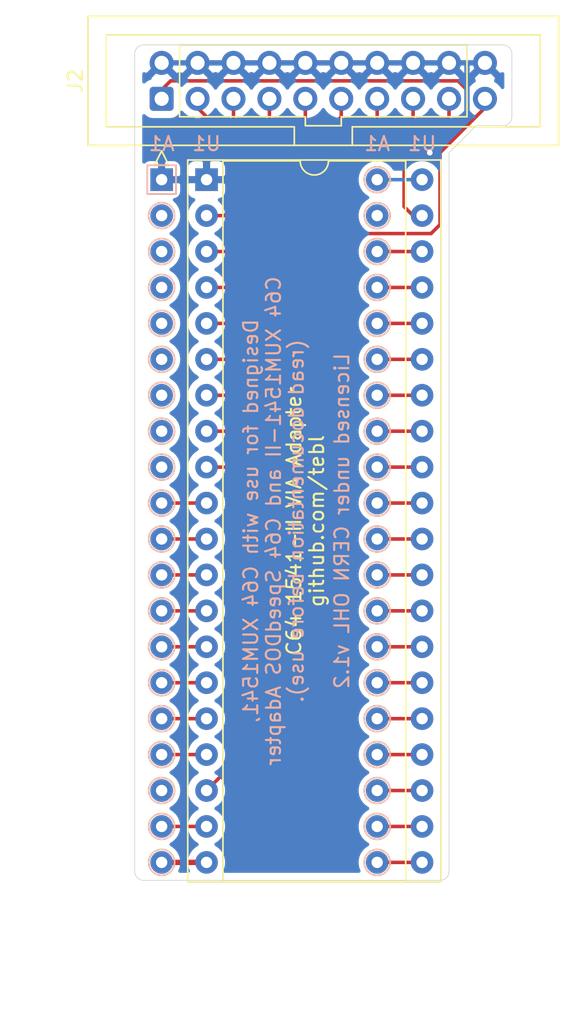
<source format=kicad_pcb>
(kicad_pcb (version 20171130) (host pcbnew "(5.1.8)-1")

  (general
    (thickness 1.6)
    (drawings 17)
    (tracks 118)
    (zones 0)
    (modules 3)
    (nets 41)
  )

  (page A4)
  (layers
    (0 F.Cu signal)
    (31 B.Cu signal)
    (32 B.Adhes user)
    (33 F.Adhes user)
    (34 B.Paste user)
    (35 F.Paste user)
    (36 B.SilkS user)
    (37 F.SilkS user)
    (38 B.Mask user)
    (39 F.Mask user)
    (40 Dwgs.User user)
    (41 Cmts.User user)
    (42 Eco1.User user)
    (43 Eco2.User user)
    (44 Edge.Cuts user)
    (45 Margin user)
    (46 B.CrtYd user)
    (47 F.CrtYd user)
    (48 B.Fab user)
    (49 F.Fab user)
  )

  (setup
    (last_trace_width 0.25)
    (trace_clearance 0.2)
    (zone_clearance 0.508)
    (zone_45_only no)
    (trace_min 0.2)
    (via_size 0.8)
    (via_drill 0.4)
    (via_min_size 0.4)
    (via_min_drill 0.3)
    (uvia_size 0.3)
    (uvia_drill 0.1)
    (uvias_allowed no)
    (uvia_min_size 0.2)
    (uvia_min_drill 0.1)
    (edge_width 0.05)
    (segment_width 0.2)
    (pcb_text_width 0.3)
    (pcb_text_size 1.5 1.5)
    (mod_edge_width 0.12)
    (mod_text_size 1 1)
    (mod_text_width 0.15)
    (pad_size 1.524 1.524)
    (pad_drill 0.762)
    (pad_to_mask_clearance 0)
    (aux_axis_origin 0 0)
    (visible_elements 7FFFFFFF)
    (pcbplotparams
      (layerselection 0x010fc_ffffffff)
      (usegerberextensions true)
      (usegerberattributes true)
      (usegerberadvancedattributes true)
      (creategerberjobfile true)
      (excludeedgelayer true)
      (linewidth 0.100000)
      (plotframeref false)
      (viasonmask false)
      (mode 1)
      (useauxorigin false)
      (hpglpennumber 1)
      (hpglpenspeed 20)
      (hpglpendiameter 15.000000)
      (psnegative false)
      (psa4output false)
      (plotreference true)
      (plotvalue true)
      (plotinvisibletext false)
      (padsonsilk false)
      (subtractmaskfromsilk false)
      (outputformat 1)
      (mirror false)
      (drillshape 0)
      (scaleselection 1)
      (outputdirectory "export/"))
  )

  (net 0 "")
  (net 1 GND)
  (net 2 /~IRQ)
  (net 3 /R_~W)
  (net 4 /~CS2)
  (net 5 /CS1)
  (net 6 /PHI2)
  (net 7 /D7)
  (net 8 /D6)
  (net 9 /D5)
  (net 10 /D4)
  (net 11 /PB0)
  (net 12 /D3)
  (net 13 /PB1)
  (net 14 /D2)
  (net 15 /PB2)
  (net 16 /D1)
  (net 17 /PB3)
  (net 18 /D0)
  (net 19 /PB4)
  (net 20 /~RESET)
  (net 21 /PB5)
  (net 22 /RS3)
  (net 23 /PB6)
  (net 24 /RS2)
  (net 25 /PB7)
  (net 26 /RS1)
  (net 27 /RS0)
  (net 28 /CB2)
  (net 29 VCC)
  (net 30 /CA1)
  (net 31 /CA2)
  (net 32 /PA1)
  (net 33 /PA3)
  (net 34 /PA5)
  (net 35 /PA7)
  (net 36 /PA0)
  (net 37 /PA2)
  (net 38 /PA4)
  (net 39 /PA6)
  (net 40 /CB1)

  (net_class Default "This is the default net class."
    (clearance 0.2)
    (trace_width 0.25)
    (via_dia 0.8)
    (via_drill 0.4)
    (uvia_dia 0.3)
    (uvia_drill 0.1)
    (add_net /CA1)
    (add_net /CA2)
    (add_net /CB1)
    (add_net /CB2)
    (add_net /CS1)
    (add_net /D0)
    (add_net /D1)
    (add_net /D2)
    (add_net /D3)
    (add_net /D4)
    (add_net /D5)
    (add_net /D6)
    (add_net /D7)
    (add_net /PA0)
    (add_net /PA1)
    (add_net /PA2)
    (add_net /PA3)
    (add_net /PA4)
    (add_net /PA5)
    (add_net /PA6)
    (add_net /PA7)
    (add_net /PB0)
    (add_net /PB1)
    (add_net /PB2)
    (add_net /PB3)
    (add_net /PB4)
    (add_net /PB5)
    (add_net /PB6)
    (add_net /PB7)
    (add_net /PHI2)
    (add_net /RS0)
    (add_net /RS1)
    (add_net /RS2)
    (add_net /RS3)
    (add_net /R_~W)
    (add_net /~CS2)
    (add_net /~IRQ)
    (add_net /~RESET)
  )

  (net_class PWR ""
    (clearance 0.2)
    (trace_width 0.381)
    (via_dia 0.8)
    (via_drill 0.4)
    (uvia_dia 0.3)
    (uvia_drill 0.1)
    (add_net GND)
    (add_net VCC)
  )

  (module speed_dos:SpeedDOS_IDC (layer F.Cu) (tedit 6047F66F) (tstamp 606E30E9)
    (at 102.235 56.515 90)
    (descr "Through hole IDC box header, 2x10, 2.54mm pitch, DIN 41651 / IEC 60603-13, double rows, https://docs.google.com/spreadsheets/d/16SsEcesNF15N3Lb4niX7dcUr-NY5_MFPQhobNuNppn4/edit#gid=0")
    (tags "Through hole vertical IDC box header THT 2x10 2.54mm double row")
    (path /5EF167B3)
    (fp_text reference J2 (at 1.27 -6.1 90) (layer F.SilkS)
      (effects (font (size 1 1) (thickness 0.15)))
    )
    (fp_text value SpeedDOS (at 1.27 28.96 90) (layer F.Fab)
      (effects (font (size 1 1) (thickness 0.15)))
    )
    (fp_line (start -3.18 -4.1) (end -2.18 -5.1) (layer F.Fab) (width 0.1))
    (fp_line (start -2.18 -5.1) (end 5.72 -5.1) (layer F.Fab) (width 0.1))
    (fp_line (start 5.72 -5.1) (end 5.72 27.96) (layer F.Fab) (width 0.1))
    (fp_line (start 5.72 27.96) (end -3.18 27.96) (layer F.Fab) (width 0.1))
    (fp_line (start -3.18 27.96) (end -3.18 -4.1) (layer F.Fab) (width 0.1))
    (fp_line (start -3.18 9.38) (end -1.98 9.38) (layer F.Fab) (width 0.1))
    (fp_line (start -1.98 9.38) (end -1.98 -3.91) (layer F.Fab) (width 0.1))
    (fp_line (start -1.98 -3.91) (end 4.52 -3.91) (layer F.Fab) (width 0.1))
    (fp_line (start 4.52 -3.91) (end 4.52 26.77) (layer F.Fab) (width 0.1))
    (fp_line (start 4.52 26.77) (end -1.98 26.77) (layer F.Fab) (width 0.1))
    (fp_line (start -1.98 26.77) (end -1.98 13.48) (layer F.Fab) (width 0.1))
    (fp_line (start -1.98 13.48) (end -1.98 13.48) (layer F.Fab) (width 0.1))
    (fp_line (start -1.98 13.48) (end -3.18 13.48) (layer F.Fab) (width 0.1))
    (fp_line (start -3.29 -5.21) (end 5.83 -5.21) (layer F.SilkS) (width 0.12))
    (fp_line (start 5.83 -5.21) (end 5.83 28.07) (layer F.SilkS) (width 0.12))
    (fp_line (start 5.83 28.07) (end -3.29 28.07) (layer F.SilkS) (width 0.12))
    (fp_line (start -3.29 28.07) (end -3.29 -5.21) (layer F.SilkS) (width 0.12))
    (fp_line (start -3.29 9.38) (end -1.98 9.38) (layer F.SilkS) (width 0.12))
    (fp_line (start -1.98 9.38) (end -1.98 -3.91) (layer F.SilkS) (width 0.12))
    (fp_line (start -1.98 -3.91) (end 4.52 -3.91) (layer F.SilkS) (width 0.12))
    (fp_line (start 4.52 -3.91) (end 4.52 26.77) (layer F.SilkS) (width 0.12))
    (fp_line (start 4.52 26.77) (end -1.98 26.77) (layer F.SilkS) (width 0.12))
    (fp_line (start -1.98 26.77) (end -1.98 13.48) (layer F.SilkS) (width 0.12))
    (fp_line (start -1.98 13.48) (end -1.98 13.48) (layer F.SilkS) (width 0.12))
    (fp_line (start -1.98 13.48) (end -3.29 13.48) (layer F.SilkS) (width 0.12))
    (fp_line (start -3.68 0) (end -4.68 -0.5) (layer F.SilkS) (width 0.12))
    (fp_line (start -4.68 -0.5) (end -4.68 0.5) (layer F.SilkS) (width 0.12))
    (fp_line (start -4.68 0.5) (end -3.68 0) (layer F.SilkS) (width 0.12))
    (fp_line (start -3.68 -5.6) (end -3.68 28.46) (layer F.CrtYd) (width 0.05))
    (fp_line (start -3.68 28.46) (end 6.22 28.46) (layer F.CrtYd) (width 0.05))
    (fp_line (start 6.22 28.46) (end 6.22 -5.6) (layer F.CrtYd) (width 0.05))
    (fp_line (start 6.22 -5.6) (end -3.68 -5.6) (layer F.CrtYd) (width 0.05))
    (fp_line (start -1.27 1.27) (end 3.81 1.27) (layer F.SilkS) (width 0.12))
    (fp_line (start 3.81 1.27) (end 3.81 21.59) (layer F.SilkS) (width 0.12))
    (fp_line (start 3.81 21.59) (end -1.27 21.59) (layer F.SilkS) (width 0.12))
    (fp_line (start -1.27 21.59) (end -1.27 12.7) (layer F.SilkS) (width 0.12))
    (fp_line (start -1.27 12.7) (end -1.905 12.7) (layer F.SilkS) (width 0.12))
    (fp_line (start -1.905 12.7) (end -1.905 10.16) (layer F.SilkS) (width 0.12))
    (fp_line (start -1.905 10.16) (end -1.27 10.16) (layer F.SilkS) (width 0.12))
    (fp_line (start -1.27 10.16) (end -1.27 1.27) (layer F.SilkS) (width 0.12))
    (fp_text user %R (at 1.27 11.43) (layer F.Fab)
      (effects (font (size 1 1) (thickness 0.15)))
    )
    (pad 11 thru_hole circle (at 2.54 0 90) (size 1.7 1.7) (drill 1) (layers *.Cu *.Mask)
      (net 1 GND))
    (pad 11 thru_hole circle (at 2.54 2.54 90) (size 1.7 1.7) (drill 1) (layers *.Cu *.Mask)
      (net 1 GND))
    (pad 11 thru_hole circle (at 2.54 5.08 90) (size 1.7 1.7) (drill 1) (layers *.Cu *.Mask)
      (net 1 GND))
    (pad 11 thru_hole circle (at 2.54 7.62 90) (size 1.7 1.7) (drill 1) (layers *.Cu *.Mask)
      (net 1 GND))
    (pad 11 thru_hole circle (at 2.54 10.16 90) (size 1.7 1.7) (drill 1) (layers *.Cu *.Mask)
      (net 1 GND))
    (pad 11 thru_hole circle (at 2.54 12.7 90) (size 1.7 1.7) (drill 1) (layers *.Cu *.Mask)
      (net 1 GND))
    (pad 11 thru_hole circle (at 2.54 15.24 90) (size 1.7 1.7) (drill 1) (layers *.Cu *.Mask)
      (net 1 GND))
    (pad 11 thru_hole circle (at 2.54 17.78 90) (size 1.7 1.7) (drill 1) (layers *.Cu *.Mask)
      (net 1 GND))
    (pad 11 thru_hole circle (at 2.54 20.32 90) (size 1.7 1.7) (drill 1) (layers *.Cu *.Mask)
      (net 1 GND))
    (pad 10 thru_hole circle (at 0 22.86 90) (size 1.7 1.7) (drill 1) (layers *.Cu *.Mask)
      (net 40 /CB1))
    (pad 8 thru_hole circle (at 0 17.78 90) (size 1.7 1.7) (drill 1) (layers *.Cu *.Mask)
      (net 39 /PA6))
    (pad 6 thru_hole circle (at 0 12.7 90) (size 1.7 1.7) (drill 1) (layers *.Cu *.Mask)
      (net 38 /PA4))
    (pad 4 thru_hole circle (at 0 7.62 90) (size 1.7 1.7) (drill 1) (layers *.Cu *.Mask)
      (net 37 /PA2))
    (pad 2 thru_hole circle (at 0 2.54 90) (size 1.7 1.7) (drill 1) (layers *.Cu *.Mask)
      (net 36 /PA0))
    (pad 11 thru_hole circle (at 2.54 22.86 90) (size 1.7 1.7) (drill 1) (layers *.Cu *.Mask)
      (net 1 GND))
    (pad 9 thru_hole circle (at 0 20.32 90) (size 1.7 1.7) (drill 1) (layers *.Cu *.Mask)
      (net 35 /PA7))
    (pad 7 thru_hole circle (at 0 15.24 90) (size 1.7 1.7) (drill 1) (layers *.Cu *.Mask)
      (net 34 /PA5))
    (pad 5 thru_hole circle (at 0 10.16 90) (size 1.7 1.7) (drill 1) (layers *.Cu *.Mask)
      (net 33 /PA3))
    (pad 3 thru_hole circle (at 0 5.08 90) (size 1.7 1.7) (drill 1) (layers *.Cu *.Mask)
      (net 32 /PA1))
    (pad 1 thru_hole roundrect (at 0 0 90) (size 1.7 1.7) (drill 1) (layers *.Cu *.Mask) (roundrect_rratio 0.1470588235294118)
      (net 31 /CA2))
    (model ${KISYS3DMOD}/Connector_IDC.3dshapes/IDC-Header_2x10_P2.54mm_Vertical.wrl
      (at (xyz 0 0 0))
      (scale (xyz 1 1 1))
      (rotate (xyz 0 0 0))
    )
  )

  (module socket_adapter:DIP-40_W15.24mm_Socket (layer F.Cu) (tedit 6047D5F4) (tstamp 60485500)
    (at 102.235 62.23)
    (descr "40-lead though-hole mounted DIP package, row spacing 15.24 mm (600 mils), Socket")
    (tags "THT DIP DIL PDIP 2.54mm 15.24mm 600mil Socket")
    (path /6048DD93)
    (fp_text reference A1 (at 0 -2.54) (layer B.SilkS)
      (effects (font (size 1 1) (thickness 0.15)) (justify mirror))
    )
    (fp_text value 6522_Adapter (at 7.62 50.59) (layer F.Fab)
      (effects (font (size 1 1) (thickness 0.15)))
    )
    (fp_circle (center 15.24 0) (end 16.15581 0) (layer B.SilkS) (width 0.12))
    (fp_circle (center 15.24 0) (end 16.002 -0.508) (layer F.SilkS) (width 0.12))
    (fp_circle (center 15.24 48.26) (end 16.002 47.752) (layer F.SilkS) (width 0.12))
    (fp_circle (center 0 48.26) (end 0.762 47.752) (layer F.SilkS) (width 0.12))
    (fp_circle (center 0 48.26) (end 0.91581 48.26) (layer B.SilkS) (width 0.12))
    (fp_circle (center 15.24 48.26) (end 16.15581 48.26) (layer B.SilkS) (width 0.12))
    (fp_circle (center 15.24 45.72) (end 16.002 45.212) (layer F.SilkS) (width 0.12))
    (fp_circle (center 0 45.72) (end 0.762 45.212) (layer F.SilkS) (width 0.12))
    (fp_circle (center 0 45.72) (end 0.91581 45.72) (layer B.SilkS) (width 0.12))
    (fp_circle (center 15.24 45.72) (end 16.15581 45.72) (layer B.SilkS) (width 0.12))
    (fp_circle (center 15.24 43.18) (end 16.002 42.672) (layer F.SilkS) (width 0.12))
    (fp_circle (center 0 43.18) (end 0.762 42.672) (layer F.SilkS) (width 0.12))
    (fp_circle (center 0 43.18) (end 0.91581 43.18) (layer B.SilkS) (width 0.12))
    (fp_circle (center 15.24 43.18) (end 16.15581 43.18) (layer B.SilkS) (width 0.12))
    (fp_circle (center 15.24 40.64) (end 16.002 40.132) (layer F.SilkS) (width 0.12))
    (fp_circle (center 0 40.64) (end 0.762 40.132) (layer F.SilkS) (width 0.12))
    (fp_circle (center 0 40.64) (end 0.91581 40.64) (layer B.SilkS) (width 0.12))
    (fp_circle (center 15.24 40.64) (end 16.15581 40.64) (layer B.SilkS) (width 0.12))
    (fp_circle (center 15.24 38.1) (end 16.002 37.592) (layer F.SilkS) (width 0.12))
    (fp_circle (center 0 38.1) (end 0.762 37.592) (layer F.SilkS) (width 0.12))
    (fp_circle (center 0 38.1) (end 0.91581 38.1) (layer B.SilkS) (width 0.12))
    (fp_circle (center 15.24 38.1) (end 16.15581 38.1) (layer B.SilkS) (width 0.12))
    (fp_circle (center 15.24 35.56) (end 16.002 35.052) (layer F.SilkS) (width 0.12))
    (fp_circle (center 0 35.56) (end 0.762 35.052) (layer F.SilkS) (width 0.12))
    (fp_circle (center 0 35.56) (end 0.91581 35.56) (layer B.SilkS) (width 0.12))
    (fp_circle (center 15.24 35.56) (end 16.15581 35.56) (layer B.SilkS) (width 0.12))
    (fp_circle (center 15.24 33.02) (end 16.002 32.512) (layer F.SilkS) (width 0.12))
    (fp_circle (center 0 33.02) (end 0.762 32.512) (layer F.SilkS) (width 0.12))
    (fp_circle (center 0 33.02) (end 0.91581 33.02) (layer B.SilkS) (width 0.12))
    (fp_circle (center 15.24 33.02) (end 16.15581 33.02) (layer B.SilkS) (width 0.12))
    (fp_circle (center 15.24 30.48) (end 16.002 29.972) (layer F.SilkS) (width 0.12))
    (fp_circle (center 0 30.48) (end 0.762 29.972) (layer F.SilkS) (width 0.12))
    (fp_circle (center 0 30.48) (end 0.91581 30.48) (layer B.SilkS) (width 0.12))
    (fp_circle (center 15.24 30.48) (end 16.15581 30.48) (layer B.SilkS) (width 0.12))
    (fp_circle (center 15.24 27.94) (end 16.002 27.432) (layer F.SilkS) (width 0.12))
    (fp_circle (center 0 27.94) (end 0.762 27.432) (layer F.SilkS) (width 0.12))
    (fp_circle (center 0 27.94) (end 0.91581 27.94) (layer B.SilkS) (width 0.12))
    (fp_circle (center 15.24 27.94) (end 16.15581 27.94) (layer B.SilkS) (width 0.12))
    (fp_circle (center 15.24 25.4) (end 16.002 24.892) (layer F.SilkS) (width 0.12))
    (fp_circle (center 0 25.4) (end 0.762 24.892) (layer F.SilkS) (width 0.12))
    (fp_circle (center 0 25.4) (end 0.91581 25.4) (layer B.SilkS) (width 0.12))
    (fp_circle (center 15.24 25.4) (end 16.15581 25.4) (layer B.SilkS) (width 0.12))
    (fp_circle (center 15.24 22.86) (end 16.002 22.352) (layer F.SilkS) (width 0.12))
    (fp_circle (center 0 22.86) (end 0.762 22.352) (layer F.SilkS) (width 0.12))
    (fp_circle (center 0 22.86) (end 0.91581 22.86) (layer B.SilkS) (width 0.12))
    (fp_circle (center 15.24 22.86) (end 16.15581 22.86) (layer B.SilkS) (width 0.12))
    (fp_circle (center 15.24 20.32) (end 16.002 19.812) (layer F.SilkS) (width 0.12))
    (fp_circle (center 0 20.32) (end 0.762 19.812) (layer F.SilkS) (width 0.12))
    (fp_circle (center 0 20.32) (end 0.91581 20.32) (layer B.SilkS) (width 0.12))
    (fp_circle (center 15.24 20.32) (end 16.15581 20.32) (layer B.SilkS) (width 0.12))
    (fp_circle (center 15.24 17.78) (end 16.002 17.272) (layer F.SilkS) (width 0.12))
    (fp_circle (center 0 17.78) (end 0.762 17.272) (layer F.SilkS) (width 0.12))
    (fp_circle (center 0 17.78) (end 0.91581 17.78) (layer B.SilkS) (width 0.12))
    (fp_circle (center 15.24 17.78) (end 16.15581 17.78) (layer B.SilkS) (width 0.12))
    (fp_circle (center 15.24 15.24) (end 16.002 14.732) (layer F.SilkS) (width 0.12))
    (fp_circle (center 0 15.24) (end 0.762 14.732) (layer F.SilkS) (width 0.12))
    (fp_circle (center 0 15.24) (end 0.91581 15.24) (layer B.SilkS) (width 0.12))
    (fp_circle (center 15.24 15.24) (end 16.15581 15.24) (layer B.SilkS) (width 0.12))
    (fp_circle (center 15.24 12.7) (end 16.002 12.192) (layer F.SilkS) (width 0.12))
    (fp_circle (center 0 12.7) (end 0.762 12.192) (layer F.SilkS) (width 0.12))
    (fp_circle (center 0 12.7) (end 0.91581 12.7) (layer B.SilkS) (width 0.12))
    (fp_circle (center 15.24 12.7) (end 16.15581 12.7) (layer B.SilkS) (width 0.12))
    (fp_circle (center 15.24 10.16) (end 16.002 9.652) (layer F.SilkS) (width 0.12))
    (fp_circle (center 0 10.16) (end 0.762 9.652) (layer F.SilkS) (width 0.12))
    (fp_circle (center 0 10.16) (end 0.91581 10.16) (layer B.SilkS) (width 0.12))
    (fp_circle (center 15.24 10.16) (end 16.15581 10.16) (layer B.SilkS) (width 0.12))
    (fp_circle (center 15.24 7.62) (end 16.002 7.112) (layer F.SilkS) (width 0.12))
    (fp_circle (center 0 7.62) (end 0.762 7.112) (layer F.SilkS) (width 0.12))
    (fp_circle (center 0 7.62) (end 0.91581 7.62) (layer B.SilkS) (width 0.12))
    (fp_circle (center 15.24 7.62) (end 16.15581 7.62) (layer B.SilkS) (width 0.12))
    (fp_circle (center 15.24 5.08) (end 16.002 4.572) (layer F.SilkS) (width 0.12))
    (fp_circle (center 0 5.08) (end 0.762 4.572) (layer F.SilkS) (width 0.12))
    (fp_circle (center 0 5.08) (end 0.91581 5.08) (layer B.SilkS) (width 0.12))
    (fp_circle (center 15.24 5.08) (end 16.15581 5.08) (layer B.SilkS) (width 0.12))
    (fp_circle (center 15.24 2.54) (end 16.002 2.032) (layer F.SilkS) (width 0.12))
    (fp_circle (center 0 2.54) (end 0.762 2.032) (layer F.SilkS) (width 0.12))
    (fp_circle (center 0 2.54) (end 0.91581 2.54) (layer B.SilkS) (width 0.12))
    (fp_circle (center 15.24 2.54) (end 16.15581 2.54) (layer B.SilkS) (width 0.12))
    (fp_line (start 1.016 1.016) (end -1.016 1.016) (layer F.SilkS) (width 0.12))
    (fp_line (start -1.016 1.016) (end -1.016 -1.016) (layer F.SilkS) (width 0.12))
    (fp_line (start -1.016 -1.016) (end 0 -1.016) (layer F.SilkS) (width 0.12))
    (fp_line (start 0 -1.016) (end 1.016 -1.016) (layer F.SilkS) (width 0.12))
    (fp_line (start 1.016 -1.016) (end 1.016 1.016) (layer F.SilkS) (width 0.12))
    (fp_line (start 1.255 -1.27) (end 14.985 -1.27) (layer F.Fab) (width 0.1))
    (fp_line (start 14.985 -1.27) (end 14.985 49.53) (layer F.Fab) (width 0.1))
    (fp_line (start 14.985 49.53) (end 0.255 49.53) (layer F.Fab) (width 0.1))
    (fp_line (start 0.255 49.53) (end 0.255 -0.27) (layer F.Fab) (width 0.1))
    (fp_line (start 0.255 -0.27) (end 1.255 -1.27) (layer F.Fab) (width 0.1))
    (fp_line (start -1.27 -1.33) (end -1.27 49.59) (layer F.Fab) (width 0.1))
    (fp_line (start -1.27 49.59) (end 16.51 49.59) (layer F.Fab) (width 0.1))
    (fp_line (start 16.51 49.59) (end 16.51 -1.33) (layer F.Fab) (width 0.1))
    (fp_line (start 16.51 -1.33) (end -1.27 -1.33) (layer F.Fab) (width 0.1))
    (fp_line (start -1.55 -1.6) (end -1.55 49.85) (layer F.CrtYd) (width 0.05))
    (fp_line (start -1.55 49.85) (end 16.8 49.85) (layer F.CrtYd) (width 0.05))
    (fp_line (start 16.8 49.85) (end 16.8 -1.6) (layer F.CrtYd) (width 0.05))
    (fp_line (start 16.8 -1.6) (end -1.55 -1.6) (layer F.CrtYd) (width 0.05))
    (fp_line (start -1.016 1.016) (end -1.016 -1.016) (layer B.SilkS) (width 0.12))
    (fp_line (start -1.016 -1.016) (end 1.016 -1.016) (layer B.SilkS) (width 0.12))
    (fp_line (start 1.016 -1.016) (end 1.016 1.016) (layer B.SilkS) (width 0.12))
    (fp_line (start 1.016 1.016) (end -1.016 1.016) (layer B.SilkS) (width 0.12))
    (fp_text user %R (at 7.62 24.13) (layer F.Fab)
      (effects (font (size 1 1) (thickness 0.15)))
    )
    (pad 40 thru_hole oval (at 15.24 0) (size 1.6 1.6) (drill 0.8) (layers *.Cu *.Mask)
      (net 30 /CA1))
    (pad 20 thru_hole oval (at 0 48.26) (size 1.6 1.6) (drill 0.8) (layers *.Cu *.Mask)
      (net 29 VCC))
    (pad 39 thru_hole oval (at 15.24 2.54) (size 1.6 1.6) (drill 0.8) (layers *.Cu *.Mask))
    (pad 19 thru_hole oval (at 0 45.72) (size 1.6 1.6) (drill 0.8) (layers *.Cu *.Mask)
      (net 28 /CB2))
    (pad 38 thru_hole oval (at 15.24 5.08) (size 1.6 1.6) (drill 0.8) (layers *.Cu *.Mask)
      (net 27 /RS0))
    (pad 18 thru_hole oval (at 0 43.18) (size 1.6 1.6) (drill 0.8) (layers *.Cu *.Mask))
    (pad 37 thru_hole oval (at 15.24 7.62) (size 1.6 1.6) (drill 0.8) (layers *.Cu *.Mask)
      (net 26 /RS1))
    (pad 17 thru_hole oval (at 0 40.64) (size 1.6 1.6) (drill 0.8) (layers *.Cu *.Mask)
      (net 25 /PB7))
    (pad 36 thru_hole oval (at 15.24 10.16) (size 1.6 1.6) (drill 0.8) (layers *.Cu *.Mask)
      (net 24 /RS2))
    (pad 16 thru_hole oval (at 0 38.1) (size 1.6 1.6) (drill 0.8) (layers *.Cu *.Mask)
      (net 23 /PB6))
    (pad 35 thru_hole oval (at 15.24 12.7) (size 1.6 1.6) (drill 0.8) (layers *.Cu *.Mask)
      (net 22 /RS3))
    (pad 15 thru_hole oval (at 0 35.56) (size 1.6 1.6) (drill 0.8) (layers *.Cu *.Mask)
      (net 21 /PB5))
    (pad 34 thru_hole oval (at 15.24 15.24) (size 1.6 1.6) (drill 0.8) (layers *.Cu *.Mask)
      (net 20 /~RESET))
    (pad 14 thru_hole oval (at 0 33.02) (size 1.6 1.6) (drill 0.8) (layers *.Cu *.Mask)
      (net 19 /PB4))
    (pad 33 thru_hole oval (at 15.24 17.78) (size 1.6 1.6) (drill 0.8) (layers *.Cu *.Mask)
      (net 18 /D0))
    (pad 13 thru_hole oval (at 0 30.48) (size 1.6 1.6) (drill 0.8) (layers *.Cu *.Mask)
      (net 17 /PB3))
    (pad 32 thru_hole oval (at 15.24 20.32) (size 1.6 1.6) (drill 0.8) (layers *.Cu *.Mask)
      (net 16 /D1))
    (pad 12 thru_hole oval (at 0 27.94) (size 1.6 1.6) (drill 0.8) (layers *.Cu *.Mask)
      (net 15 /PB2))
    (pad 31 thru_hole oval (at 15.24 22.86) (size 1.6 1.6) (drill 0.8) (layers *.Cu *.Mask)
      (net 14 /D2))
    (pad 11 thru_hole oval (at 0 25.4) (size 1.6 1.6) (drill 0.8) (layers *.Cu *.Mask)
      (net 13 /PB1))
    (pad 30 thru_hole oval (at 15.24 25.4) (size 1.6 1.6) (drill 0.8) (layers *.Cu *.Mask)
      (net 12 /D3))
    (pad 10 thru_hole oval (at 0 22.86) (size 1.6 1.6) (drill 0.8) (layers *.Cu *.Mask)
      (net 11 /PB0))
    (pad 29 thru_hole oval (at 15.24 27.94) (size 1.6 1.6) (drill 0.8) (layers *.Cu *.Mask)
      (net 10 /D4))
    (pad 9 thru_hole oval (at 0 20.32) (size 1.6 1.6) (drill 0.8) (layers *.Cu *.Mask))
    (pad 28 thru_hole oval (at 15.24 30.48) (size 1.6 1.6) (drill 0.8) (layers *.Cu *.Mask)
      (net 9 /D5))
    (pad 8 thru_hole oval (at 0 17.78) (size 1.6 1.6) (drill 0.8) (layers *.Cu *.Mask))
    (pad 27 thru_hole oval (at 15.24 33.02) (size 1.6 1.6) (drill 0.8) (layers *.Cu *.Mask)
      (net 8 /D6))
    (pad 7 thru_hole oval (at 0 15.24) (size 1.6 1.6) (drill 0.8) (layers *.Cu *.Mask))
    (pad 26 thru_hole oval (at 15.24 35.56) (size 1.6 1.6) (drill 0.8) (layers *.Cu *.Mask)
      (net 7 /D7))
    (pad 6 thru_hole oval (at 0 12.7) (size 1.6 1.6) (drill 0.8) (layers *.Cu *.Mask))
    (pad 25 thru_hole oval (at 15.24 38.1) (size 1.6 1.6) (drill 0.8) (layers *.Cu *.Mask)
      (net 6 /PHI2))
    (pad 5 thru_hole oval (at 0 10.16) (size 1.6 1.6) (drill 0.8) (layers *.Cu *.Mask))
    (pad 24 thru_hole oval (at 15.24 40.64) (size 1.6 1.6) (drill 0.8) (layers *.Cu *.Mask)
      (net 5 /CS1))
    (pad 4 thru_hole oval (at 0 7.62) (size 1.6 1.6) (drill 0.8) (layers *.Cu *.Mask))
    (pad 23 thru_hole oval (at 15.24 43.18) (size 1.6 1.6) (drill 0.8) (layers *.Cu *.Mask)
      (net 4 /~CS2))
    (pad 3 thru_hole oval (at 0 5.08) (size 1.6 1.6) (drill 0.8) (layers *.Cu *.Mask))
    (pad 22 thru_hole oval (at 15.24 45.72) (size 1.6 1.6) (drill 0.8) (layers *.Cu *.Mask)
      (net 3 /R_~W))
    (pad 2 thru_hole oval (at 0 2.54) (size 1.6 1.6) (drill 0.8) (layers *.Cu *.Mask))
    (pad 21 thru_hole oval (at 15.24 48.26) (size 1.6 1.6) (drill 0.8) (layers *.Cu *.Mask)
      (net 2 /~IRQ))
    (pad 1 thru_hole rect (at 0 0) (size 1.6 1.6) (drill 0.8) (layers *.Cu *.Mask)
      (net 1 GND))
  )

  (module Package_DIP:DIP-40_W15.24mm_Socket (layer F.Cu) (tedit 5A02E8C5) (tstamp 6048557D)
    (at 105.41 62.23)
    (descr "40-lead though-hole mounted DIP package, row spacing 15.24 mm (600 mils), Socket")
    (tags "THT DIP DIL PDIP 2.54mm 15.24mm 600mil Socket")
    (path /6048956D)
    (fp_text reference U1 (at 0 -2.54) (layer B.SilkS)
      (effects (font (size 1 1) (thickness 0.15)) (justify mirror))
    )
    (fp_text value 6522 (at 7.62 50.59) (layer F.Fab)
      (effects (font (size 1 1) (thickness 0.15)))
    )
    (fp_line (start 16.8 -1.6) (end -1.55 -1.6) (layer F.CrtYd) (width 0.05))
    (fp_line (start 16.8 49.85) (end 16.8 -1.6) (layer F.CrtYd) (width 0.05))
    (fp_line (start -1.55 49.85) (end 16.8 49.85) (layer F.CrtYd) (width 0.05))
    (fp_line (start -1.55 -1.6) (end -1.55 49.85) (layer F.CrtYd) (width 0.05))
    (fp_line (start 16.57 -1.39) (end -1.33 -1.39) (layer F.SilkS) (width 0.12))
    (fp_line (start 16.57 49.65) (end 16.57 -1.39) (layer F.SilkS) (width 0.12))
    (fp_line (start -1.33 49.65) (end 16.57 49.65) (layer F.SilkS) (width 0.12))
    (fp_line (start -1.33 -1.39) (end -1.33 49.65) (layer F.SilkS) (width 0.12))
    (fp_line (start 14.08 -1.33) (end 8.62 -1.33) (layer F.SilkS) (width 0.12))
    (fp_line (start 14.08 49.59) (end 14.08 -1.33) (layer F.SilkS) (width 0.12))
    (fp_line (start 1.16 49.59) (end 14.08 49.59) (layer F.SilkS) (width 0.12))
    (fp_line (start 1.16 -1.33) (end 1.16 49.59) (layer F.SilkS) (width 0.12))
    (fp_line (start 6.62 -1.33) (end 1.16 -1.33) (layer F.SilkS) (width 0.12))
    (fp_line (start 16.51 -1.33) (end -1.27 -1.33) (layer F.Fab) (width 0.1))
    (fp_line (start 16.51 49.59) (end 16.51 -1.33) (layer F.Fab) (width 0.1))
    (fp_line (start -1.27 49.59) (end 16.51 49.59) (layer F.Fab) (width 0.1))
    (fp_line (start -1.27 -1.33) (end -1.27 49.59) (layer F.Fab) (width 0.1))
    (fp_line (start 0.255 -0.27) (end 1.255 -1.27) (layer F.Fab) (width 0.1))
    (fp_line (start 0.255 49.53) (end 0.255 -0.27) (layer F.Fab) (width 0.1))
    (fp_line (start 14.985 49.53) (end 0.255 49.53) (layer F.Fab) (width 0.1))
    (fp_line (start 14.985 -1.27) (end 14.985 49.53) (layer F.Fab) (width 0.1))
    (fp_line (start 1.255 -1.27) (end 14.985 -1.27) (layer F.Fab) (width 0.1))
    (fp_arc (start 7.62 -1.33) (end 6.62 -1.33) (angle -180) (layer F.SilkS) (width 0.12))
    (fp_text user %R (at 7.62 24.13) (layer F.Fab)
      (effects (font (size 1 1) (thickness 0.15)))
    )
    (pad 1 thru_hole rect (at 0 0) (size 1.6 1.6) (drill 0.8) (layers *.Cu *.Mask)
      (net 1 GND))
    (pad 21 thru_hole oval (at 15.24 48.26) (size 1.6 1.6) (drill 0.8) (layers *.Cu *.Mask)
      (net 2 /~IRQ))
    (pad 2 thru_hole oval (at 0 2.54) (size 1.6 1.6) (drill 0.8) (layers *.Cu *.Mask)
      (net 36 /PA0))
    (pad 22 thru_hole oval (at 15.24 45.72) (size 1.6 1.6) (drill 0.8) (layers *.Cu *.Mask)
      (net 3 /R_~W))
    (pad 3 thru_hole oval (at 0 5.08) (size 1.6 1.6) (drill 0.8) (layers *.Cu *.Mask)
      (net 32 /PA1))
    (pad 23 thru_hole oval (at 15.24 43.18) (size 1.6 1.6) (drill 0.8) (layers *.Cu *.Mask)
      (net 4 /~CS2))
    (pad 4 thru_hole oval (at 0 7.62) (size 1.6 1.6) (drill 0.8) (layers *.Cu *.Mask)
      (net 37 /PA2))
    (pad 24 thru_hole oval (at 15.24 40.64) (size 1.6 1.6) (drill 0.8) (layers *.Cu *.Mask)
      (net 5 /CS1))
    (pad 5 thru_hole oval (at 0 10.16) (size 1.6 1.6) (drill 0.8) (layers *.Cu *.Mask)
      (net 33 /PA3))
    (pad 25 thru_hole oval (at 15.24 38.1) (size 1.6 1.6) (drill 0.8) (layers *.Cu *.Mask)
      (net 6 /PHI2))
    (pad 6 thru_hole oval (at 0 12.7) (size 1.6 1.6) (drill 0.8) (layers *.Cu *.Mask)
      (net 38 /PA4))
    (pad 26 thru_hole oval (at 15.24 35.56) (size 1.6 1.6) (drill 0.8) (layers *.Cu *.Mask)
      (net 7 /D7))
    (pad 7 thru_hole oval (at 0 15.24) (size 1.6 1.6) (drill 0.8) (layers *.Cu *.Mask)
      (net 34 /PA5))
    (pad 27 thru_hole oval (at 15.24 33.02) (size 1.6 1.6) (drill 0.8) (layers *.Cu *.Mask)
      (net 8 /D6))
    (pad 8 thru_hole oval (at 0 17.78) (size 1.6 1.6) (drill 0.8) (layers *.Cu *.Mask)
      (net 39 /PA6))
    (pad 28 thru_hole oval (at 15.24 30.48) (size 1.6 1.6) (drill 0.8) (layers *.Cu *.Mask)
      (net 9 /D5))
    (pad 9 thru_hole oval (at 0 20.32) (size 1.6 1.6) (drill 0.8) (layers *.Cu *.Mask)
      (net 35 /PA7))
    (pad 29 thru_hole oval (at 15.24 27.94) (size 1.6 1.6) (drill 0.8) (layers *.Cu *.Mask)
      (net 10 /D4))
    (pad 10 thru_hole oval (at 0 22.86) (size 1.6 1.6) (drill 0.8) (layers *.Cu *.Mask)
      (net 11 /PB0))
    (pad 30 thru_hole oval (at 15.24 25.4) (size 1.6 1.6) (drill 0.8) (layers *.Cu *.Mask)
      (net 12 /D3))
    (pad 11 thru_hole oval (at 0 25.4) (size 1.6 1.6) (drill 0.8) (layers *.Cu *.Mask)
      (net 13 /PB1))
    (pad 31 thru_hole oval (at 15.24 22.86) (size 1.6 1.6) (drill 0.8) (layers *.Cu *.Mask)
      (net 14 /D2))
    (pad 12 thru_hole oval (at 0 27.94) (size 1.6 1.6) (drill 0.8) (layers *.Cu *.Mask)
      (net 15 /PB2))
    (pad 32 thru_hole oval (at 15.24 20.32) (size 1.6 1.6) (drill 0.8) (layers *.Cu *.Mask)
      (net 16 /D1))
    (pad 13 thru_hole oval (at 0 30.48) (size 1.6 1.6) (drill 0.8) (layers *.Cu *.Mask)
      (net 17 /PB3))
    (pad 33 thru_hole oval (at 15.24 17.78) (size 1.6 1.6) (drill 0.8) (layers *.Cu *.Mask)
      (net 18 /D0))
    (pad 14 thru_hole oval (at 0 33.02) (size 1.6 1.6) (drill 0.8) (layers *.Cu *.Mask)
      (net 19 /PB4))
    (pad 34 thru_hole oval (at 15.24 15.24) (size 1.6 1.6) (drill 0.8) (layers *.Cu *.Mask)
      (net 20 /~RESET))
    (pad 15 thru_hole oval (at 0 35.56) (size 1.6 1.6) (drill 0.8) (layers *.Cu *.Mask)
      (net 21 /PB5))
    (pad 35 thru_hole oval (at 15.24 12.7) (size 1.6 1.6) (drill 0.8) (layers *.Cu *.Mask)
      (net 22 /RS3))
    (pad 16 thru_hole oval (at 0 38.1) (size 1.6 1.6) (drill 0.8) (layers *.Cu *.Mask)
      (net 23 /PB6))
    (pad 36 thru_hole oval (at 15.24 10.16) (size 1.6 1.6) (drill 0.8) (layers *.Cu *.Mask)
      (net 24 /RS2))
    (pad 17 thru_hole oval (at 0 40.64) (size 1.6 1.6) (drill 0.8) (layers *.Cu *.Mask)
      (net 25 /PB7))
    (pad 37 thru_hole oval (at 15.24 7.62) (size 1.6 1.6) (drill 0.8) (layers *.Cu *.Mask)
      (net 26 /RS1))
    (pad 18 thru_hole oval (at 0 43.18) (size 1.6 1.6) (drill 0.8) (layers *.Cu *.Mask)
      (net 40 /CB1))
    (pad 38 thru_hole oval (at 15.24 5.08) (size 1.6 1.6) (drill 0.8) (layers *.Cu *.Mask)
      (net 27 /RS0))
    (pad 19 thru_hole oval (at 0 45.72) (size 1.6 1.6) (drill 0.8) (layers *.Cu *.Mask)
      (net 28 /CB2))
    (pad 39 thru_hole oval (at 15.24 2.54) (size 1.6 1.6) (drill 0.8) (layers *.Cu *.Mask)
      (net 31 /CA2))
    (pad 20 thru_hole oval (at 0 48.26) (size 1.6 1.6) (drill 0.8) (layers *.Cu *.Mask)
      (net 29 VCC))
    (pad 40 thru_hole oval (at 15.24 0) (size 1.6 1.6) (drill 0.8) (layers *.Cu *.Mask)
      (net 30 /CA1))
    (model ${KISYS3DMOD}/Package_DIP.3dshapes/DIP-40_W15.24mm_Socket.wrl
      (at (xyz 0 0 0))
      (scale (xyz 1 1 1))
      (rotate (xyz 0 0 0))
    )
  )

  (gr_line (start 127 53.34) (end 127 57.785) (layer Edge.Cuts) (width 0.05) (tstamp 606E36E7))
  (gr_arc (start 126.365 57.785) (end 126.365 58.42) (angle -90) (layer Edge.Cuts) (width 0.05) (tstamp 606E36DA))
  (gr_text A1 (at 117.475 59.69) (layer B.SilkS)
    (effects (font (size 1 1) (thickness 0.15)) (justify mirror))
  )
  (gr_text U1 (at 120.65 59.69) (layer B.SilkS)
    (effects (font (size 1 1) (thickness 0.15)) (justify mirror))
  )
  (gr_text "Designed for use with C64 XUM1541,\nC64 XUM1541-II and C64 SpeedDOS Adapter\n(read documentation before use).\n\nLicensed under CERN OHL v1.2" (at 111.76 86.36 90) (layer B.SilkS) (tstamp 6047EBB2)
    (effects (font (size 1 1) (thickness 0.15)) (justify mirror))
  )
  (gr_text "C64 1541-II VIA Adapter\ngithub.com/tebl" (at 112.395 86.36 90) (layer F.SilkS)
    (effects (font (size 1 1) (thickness 0.15)))
  )
  (gr_arc (start 121.92 111.125) (end 121.92 111.76) (angle -90) (layer Edge.Cuts) (width 0.05) (tstamp 60488569))
  (gr_arc (start 100.965 111.125) (end 100.33 111.125) (angle -90) (layer Edge.Cuts) (width 0.05) (tstamp 60488569))
  (gr_arc (start 126.365 53.34) (end 127 53.34) (angle -90) (layer Edge.Cuts) (width 0.05) (tstamp 60488569))
  (gr_arc (start 100.965 53.34) (end 100.965 52.705) (angle -90) (layer Edge.Cuts) (width 0.05))
  (gr_line (start 124.46 58.42) (end 122.555 60.325) (layer Edge.Cuts) (width 0.05) (tstamp 604883D4))
  (gr_line (start 126.365 58.42) (end 124.46 58.42) (layer Edge.Cuts) (width 0.05))
  (gr_line (start 100.965 52.705) (end 126.365 52.705) (layer Edge.Cuts) (width 0.05))
  (gr_line (start 100.33 60.96) (end 100.33 53.34) (layer Edge.Cuts) (width 0.05))
  (gr_line (start 100.33 111.125) (end 100.33 60.96) (layer Edge.Cuts) (width 0.05))
  (gr_line (start 121.92 111.76) (end 100.965 111.76) (layer Edge.Cuts) (width 0.05))
  (gr_line (start 122.555 60.325) (end 122.555 111.125) (layer Edge.Cuts) (width 0.05))

  (segment (start 105.41 53.975) (end 102.87 53.975) (width 0.381) (layer B.Cu) (net 1))
  (segment (start 105.41 53.975) (end 107.95 53.975) (width 0.381) (layer B.Cu) (net 1))
  (segment (start 107.95 53.975) (end 110.49 53.975) (width 0.381) (layer B.Cu) (net 1))
  (segment (start 109.855 53.975) (end 112.395 53.975) (width 0.381) (layer B.Cu) (net 1))
  (segment (start 114.935 53.975) (end 112.395 53.975) (width 0.381) (layer B.Cu) (net 1))
  (segment (start 114.935 53.975) (end 117.475 53.975) (width 0.381) (layer B.Cu) (net 1))
  (segment (start 117.475 53.975) (end 120.015 53.975) (width 0.381) (layer B.Cu) (net 1))
  (segment (start 120.015 53.975) (end 122.555 53.975) (width 0.381) (layer B.Cu) (net 1))
  (segment (start 122.555 53.975) (end 123.825 53.975) (width 0.381) (layer B.Cu) (net 1))
  (segment (start 123.825 53.975) (end 125.095 53.975) (width 0.381) (layer B.Cu) (net 1))
  (via (at 121.195 60.325) (size 0.8) (drill 0.4) (layers F.Cu B.Cu) (net 1))
  (segment (start 123.219499 58.390501) (end 123.129499 58.390501) (width 0.381) (layer B.Cu) (net 1))
  (segment (start 123.129499 58.390501) (end 121.195 60.325) (width 0.381) (layer B.Cu) (net 1))
  (segment (start 123.825 57.785) (end 123.219499 58.390501) (width 0.381) (layer B.Cu) (net 1))
  (segment (start 123.825 53.975) (end 123.825 57.785) (width 0.381) (layer B.Cu) (net 1))
  (segment (start 117.475 110.49) (end 120.65 110.49) (width 0.25) (layer F.Cu) (net 2))
  (segment (start 120.65 107.95) (end 117.475 107.95) (width 0.25) (layer F.Cu) (net 3))
  (segment (start 117.475 105.41) (end 120.65 105.41) (width 0.25) (layer F.Cu) (net 4))
  (segment (start 117.475 102.87) (end 120.65 102.87) (width 0.25) (layer F.Cu) (net 5))
  (segment (start 120.65 100.33) (end 117.475 100.33) (width 0.25) (layer F.Cu) (net 6))
  (segment (start 117.475 97.79) (end 120.65 97.79) (width 0.25) (layer F.Cu) (net 7))
  (segment (start 120.65 95.25) (end 117.475 95.25) (width 0.25) (layer F.Cu) (net 8))
  (segment (start 117.475 92.71) (end 120.65 92.71) (width 0.25) (layer F.Cu) (net 9))
  (segment (start 120.65 90.17) (end 117.475 90.17) (width 0.25) (layer F.Cu) (net 10))
  (segment (start 102.235 85.09) (end 105.41 85.09) (width 0.25) (layer F.Cu) (net 11))
  (segment (start 117.475 87.63) (end 120.65 87.63) (width 0.25) (layer F.Cu) (net 12))
  (segment (start 105.41 87.63) (end 102.235 87.63) (width 0.25) (layer F.Cu) (net 13))
  (segment (start 120.65 85.09) (end 117.475 85.09) (width 0.25) (layer F.Cu) (net 14))
  (segment (start 102.235 90.17) (end 105.41 90.17) (width 0.25) (layer F.Cu) (net 15))
  (segment (start 117.475 82.55) (end 120.65 82.55) (width 0.25) (layer F.Cu) (net 16))
  (segment (start 105.41 92.71) (end 102.235 92.71) (width 0.25) (layer F.Cu) (net 17))
  (segment (start 120.65 80.01) (end 117.475 80.01) (width 0.25) (layer F.Cu) (net 18))
  (segment (start 102.235 95.25) (end 105.41 95.25) (width 0.25) (layer F.Cu) (net 19))
  (segment (start 117.475 77.47) (end 120.65 77.47) (width 0.25) (layer F.Cu) (net 20))
  (segment (start 105.41 97.79) (end 102.235 97.79) (width 0.25) (layer F.Cu) (net 21))
  (segment (start 120.65 74.93) (end 117.475 74.93) (width 0.25) (layer F.Cu) (net 22))
  (segment (start 102.235 100.33) (end 105.41 100.33) (width 0.25) (layer F.Cu) (net 23))
  (segment (start 117.475 72.39) (end 120.65 72.39) (width 0.25) (layer F.Cu) (net 24))
  (segment (start 105.41 102.87) (end 102.235 102.87) (width 0.25) (layer F.Cu) (net 25))
  (segment (start 120.65 69.85) (end 117.475 69.85) (width 0.25) (layer F.Cu) (net 26))
  (segment (start 117.475 67.31) (end 120.65 67.31) (width 0.25) (layer F.Cu) (net 27))
  (segment (start 102.235 107.95) (end 105.41 107.95) (width 0.25) (layer F.Cu) (net 28))
  (segment (start 105.41 110.49) (end 102.235 110.49) (width 0.381) (layer F.Cu) (net 29))
  (segment (start 117.475 62.23) (end 120.65 62.23) (width 0.25) (layer B.Cu) (net 30))
  (segment (start 119.38 60.96) (end 119.38 64.135) (width 0.25) (layer F.Cu) (net 31))
  (segment (start 121.285 59.055) (end 119.38 60.96) (width 0.25) (layer F.Cu) (net 31))
  (segment (start 122.55359 59.055) (end 121.285 59.055) (width 0.25) (layer F.Cu) (net 31))
  (segment (start 119.38 64.135) (end 120.015 64.77) (width 0.25) (layer F.Cu) (net 31))
  (segment (start 123.825 57.78359) (end 122.55359 59.055) (width 0.25) (layer F.Cu) (net 31))
  (segment (start 123.19 55.245) (end 123.825 55.88) (width 0.25) (layer F.Cu) (net 31))
  (segment (start 102.87 55.245) (end 123.19 55.245) (width 0.25) (layer F.Cu) (net 31))
  (segment (start 102.235 55.88) (end 102.87 55.245) (width 0.25) (layer F.Cu) (net 31))
  (segment (start 120.015 64.77) (end 120.65 64.77) (width 0.25) (layer F.Cu) (net 31))
  (segment (start 102.235 56.515) (end 102.235 55.88) (width 0.25) (layer F.Cu) (net 31))
  (segment (start 123.825 57.78359) (end 123.825 55.88) (width 0.25) (layer F.Cu) (net 31))
  (segment (start 107.315 67.31) (end 105.41 67.31) (width 0.25) (layer F.Cu) (net 32))
  (segment (start 107.95 66.675) (end 107.315 67.31) (width 0.25) (layer F.Cu) (net 32))
  (segment (start 107.95 59.055) (end 107.95 66.675) (width 0.25) (layer F.Cu) (net 32))
  (segment (start 107.315 58.42) (end 107.95 59.055) (width 0.25) (layer F.Cu) (net 32))
  (segment (start 107.315 56.515) (end 107.315 58.42) (width 0.25) (layer F.Cu) (net 32))
  (segment (start 112.395 56.515) (end 112.395 57.15) (width 0.25) (layer F.Cu) (net 33))
  (segment (start 112.395 57.785) (end 112.395 56.515) (width 0.25) (layer F.Cu) (net 33))
  (segment (start 109.22 60.96) (end 112.395 57.785) (width 0.25) (layer F.Cu) (net 33))
  (segment (start 109.22 71.755) (end 109.22 60.96) (width 0.25) (layer F.Cu) (net 33))
  (segment (start 108.585 72.39) (end 109.22 71.755) (width 0.25) (layer F.Cu) (net 33))
  (segment (start 105.41 72.39) (end 108.585 72.39) (width 0.25) (layer F.Cu) (net 33))
  (segment (start 110.49 76.835) (end 110.49 62.23) (width 0.25) (layer F.Cu) (net 34))
  (segment (start 109.855 77.47) (end 110.49 76.835) (width 0.25) (layer F.Cu) (net 34))
  (segment (start 105.41 77.47) (end 109.855 77.47) (width 0.25) (layer F.Cu) (net 34))
  (segment (start 117.475 57.15) (end 117.475 58.42) (width 0.25) (layer F.Cu) (net 34))
  (segment (start 117.475 58.42) (end 116.84 59.055) (width 0.25) (layer F.Cu) (net 34))
  (segment (start 116.84 59.055) (end 113.665 59.055) (width 0.25) (layer F.Cu) (net 34))
  (segment (start 110.49 62.23) (end 113.665 59.055) (width 0.25) (layer F.Cu) (net 34))
  (segment (start 111.125 82.55) (end 105.41 82.55) (width 0.25) (layer F.Cu) (net 35))
  (segment (start 111.76 81.915) (end 111.125 82.55) (width 0.25) (layer F.Cu) (net 35))
  (segment (start 111.76 63.5) (end 111.76 81.915) (width 0.25) (layer F.Cu) (net 35))
  (segment (start 114.935 60.325) (end 111.76 63.5) (width 0.25) (layer F.Cu) (net 35))
  (segment (start 121.92 58.42) (end 120.65 58.42) (width 0.25) (layer F.Cu) (net 35))
  (segment (start 120.65 58.42) (end 118.745 60.325) (width 0.25) (layer F.Cu) (net 35))
  (segment (start 122.555 57.785) (end 121.92 58.42) (width 0.25) (layer F.Cu) (net 35))
  (segment (start 118.745 60.325) (end 114.935 60.325) (width 0.25) (layer F.Cu) (net 35))
  (segment (start 122.555 56.515) (end 122.555 57.15) (width 0.25) (layer F.Cu) (net 35))
  (segment (start 122.555 57.785) (end 122.555 56.515) (width 0.25) (layer F.Cu) (net 35))
  (segment (start 107.315 60.96) (end 107.315 64.135) (width 0.25) (layer F.Cu) (net 36))
  (segment (start 106.68 64.77) (end 105.41 64.77) (width 0.25) (layer F.Cu) (net 36))
  (segment (start 107.315 64.135) (end 106.68 64.77) (width 0.25) (layer F.Cu) (net 36))
  (segment (start 104.775 57.15) (end 107.315 59.69) (width 0.25) (layer F.Cu) (net 36))
  (segment (start 107.315 59.69) (end 107.315 60.96) (width 0.25) (layer F.Cu) (net 36))
  (segment (start 107.95 69.85) (end 105.41 69.85) (width 0.25) (layer F.Cu) (net 37))
  (segment (start 108.585 69.215) (end 107.95 69.85) (width 0.25) (layer F.Cu) (net 37))
  (segment (start 108.585 60.96) (end 108.585 60.325) (width 0.25) (layer F.Cu) (net 37))
  (segment (start 108.585 60.96) (end 108.585 69.215) (width 0.25) (layer F.Cu) (net 37))
  (segment (start 109.855 59.055) (end 109.855 57.15) (width 0.25) (layer F.Cu) (net 37))
  (segment (start 108.585 60.325) (end 109.855 59.055) (width 0.25) (layer F.Cu) (net 37))
  (segment (start 109.855 61.595) (end 113.03 58.42) (width 0.25) (layer F.Cu) (net 38))
  (segment (start 109.855 74.295) (end 109.855 61.595) (width 0.25) (layer F.Cu) (net 38))
  (segment (start 109.22 74.93) (end 109.855 74.295) (width 0.25) (layer F.Cu) (net 38))
  (segment (start 105.41 74.93) (end 109.22 74.93) (width 0.25) (layer F.Cu) (net 38))
  (segment (start 114.935 56.515) (end 114.935 57.15) (width 0.25) (layer F.Cu) (net 38))
  (segment (start 114.3 58.42) (end 113.03 58.42) (width 0.25) (layer F.Cu) (net 38))
  (segment (start 114.935 57.785) (end 114.3 58.42) (width 0.25) (layer F.Cu) (net 38))
  (segment (start 114.935 56.515) (end 114.935 57.785) (width 0.25) (layer F.Cu) (net 38))
  (segment (start 110.49 80.01) (end 105.41 80.01) (width 0.25) (layer F.Cu) (net 39))
  (segment (start 111.125 79.375) (end 110.49 80.01) (width 0.25) (layer F.Cu) (net 39))
  (segment (start 111.125 62.865) (end 111.125 79.375) (width 0.25) (layer F.Cu) (net 39))
  (segment (start 114.3 59.69) (end 111.125 62.865) (width 0.25) (layer F.Cu) (net 39))
  (segment (start 118.11 59.69) (end 114.3 59.69) (width 0.25) (layer F.Cu) (net 39))
  (segment (start 120.015 57.785) (end 118.11 59.69) (width 0.25) (layer F.Cu) (net 39))
  (segment (start 120.015 56.515) (end 120.015 57.15) (width 0.25) (layer F.Cu) (net 39))
  (segment (start 120.015 57.785) (end 120.015 56.515) (width 0.25) (layer F.Cu) (net 39))
  (segment (start 121.92 65.405) (end 121.92 60.325) (width 0.25) (layer F.Cu) (net 40))
  (segment (start 121.285 66.04) (end 121.92 65.405) (width 0.25) (layer F.Cu) (net 40))
  (segment (start 121.92 60.325) (end 123.19 59.055) (width 0.25) (layer F.Cu) (net 40))
  (segment (start 116.205 66.04) (end 121.285 66.04) (width 0.25) (layer F.Cu) (net 40))
  (segment (start 123.19 59.055) (end 125.095 57.15) (width 0.25) (layer F.Cu) (net 40))
  (segment (start 112.395 69.85) (end 116.205 66.04) (width 0.25) (layer F.Cu) (net 40))
  (segment (start 112.395 98.425) (end 112.395 69.85) (width 0.25) (layer F.Cu) (net 40))
  (segment (start 105.41 105.41) (end 112.395 98.425) (width 0.25) (layer F.Cu) (net 40))

  (zone (net 1) (net_name GND) (layer B.Cu) (tstamp 60486FEB) (hatch edge 0.508)
    (connect_pads (clearance 0.508))
    (min_thickness 0.254)
    (fill yes (arc_segments 32) (thermal_gap 0.508) (thermal_bridge_width 0.508))
    (polygon
      (pts
        (xy 130.175 121.92) (xy 90.805 121.92) (xy 90.805 49.53) (xy 130.175 49.53)
      )
    )
    (filled_polygon
      (pts
        (xy 123.941525 57.461632) (xy 124.148368 57.668475) (xy 124.309311 57.776013) (xy 124.206207 57.80729) (xy 124.09155 57.868575)
        (xy 124.025733 57.92259) (xy 123.991052 57.951052) (xy 123.970388 57.976231) (xy 122.111236 59.835384) (xy 122.086052 59.856052)
        (xy 122.065386 59.881234) (xy 122.003575 59.95655) (xy 121.942291 60.071207) (xy 121.94229 60.071208) (xy 121.90455 60.195618)
        (xy 121.895 60.292582) (xy 121.895 60.292591) (xy 121.891808 60.325) (xy 121.895 60.357409) (xy 121.895 61.510344)
        (xy 121.764637 61.315241) (xy 121.564759 61.115363) (xy 121.329727 60.95832) (xy 121.068574 60.850147) (xy 120.791335 60.795)
        (xy 120.508665 60.795) (xy 120.231426 60.850147) (xy 119.970273 60.95832) (xy 119.735241 61.115363) (xy 119.535363 61.315241)
        (xy 119.431957 61.47) (xy 118.693043 61.47) (xy 118.589637 61.315241) (xy 118.389759 61.115363) (xy 118.154727 60.95832)
        (xy 117.893574 60.850147) (xy 117.616335 60.795) (xy 117.333665 60.795) (xy 117.056426 60.850147) (xy 116.795273 60.95832)
        (xy 116.560241 61.115363) (xy 116.360363 61.315241) (xy 116.20332 61.550273) (xy 116.095147 61.811426) (xy 116.04 62.088665)
        (xy 116.04 62.371335) (xy 116.095147 62.648574) (xy 116.20332 62.909727) (xy 116.360363 63.144759) (xy 116.560241 63.344637)
        (xy 116.792759 63.5) (xy 116.560241 63.655363) (xy 116.360363 63.855241) (xy 116.20332 64.090273) (xy 116.095147 64.351426)
        (xy 116.04 64.628665) (xy 116.04 64.911335) (xy 116.095147 65.188574) (xy 116.20332 65.449727) (xy 116.360363 65.684759)
        (xy 116.560241 65.884637) (xy 116.792759 66.04) (xy 116.560241 66.195363) (xy 116.360363 66.395241) (xy 116.20332 66.630273)
        (xy 116.095147 66.891426) (xy 116.04 67.168665) (xy 116.04 67.451335) (xy 116.095147 67.728574) (xy 116.20332 67.989727)
        (xy 116.360363 68.224759) (xy 116.560241 68.424637) (xy 116.792759 68.58) (xy 116.560241 68.735363) (xy 116.360363 68.935241)
        (xy 116.20332 69.170273) (xy 116.095147 69.431426) (xy 116.04 69.708665) (xy 116.04 69.991335) (xy 116.095147 70.268574)
        (xy 116.20332 70.529727) (xy 116.360363 70.764759) (xy 116.560241 70.964637) (xy 116.792759 71.12) (xy 116.560241 71.275363)
        (xy 116.360363 71.475241) (xy 116.20332 71.710273) (xy 116.095147 71.971426) (xy 116.04 72.248665) (xy 116.04 72.531335)
        (xy 116.095147 72.808574) (xy 116.20332 73.069727) (xy 116.360363 73.304759) (xy 116.560241 73.504637) (xy 116.792759 73.66)
        (xy 116.560241 73.815363) (xy 116.360363 74.015241) (xy 116.20332 74.250273) (xy 116.095147 74.511426) (xy 116.04 74.788665)
        (xy 116.04 75.071335) (xy 116.095147 75.348574) (xy 116.20332 75.609727) (xy 116.360363 75.844759) (xy 116.560241 76.044637)
        (xy 116.792759 76.2) (xy 116.560241 76.355363) (xy 116.360363 76.555241) (xy 116.20332 76.790273) (xy 116.095147 77.051426)
        (xy 116.04 77.328665) (xy 116.04 77.611335) (xy 116.095147 77.888574) (xy 116.20332 78.149727) (xy 116.360363 78.384759)
        (xy 116.560241 78.584637) (xy 116.792759 78.74) (xy 116.560241 78.895363) (xy 116.360363 79.095241) (xy 116.20332 79.330273)
        (xy 116.095147 79.591426) (xy 116.04 79.868665) (xy 116.04 80.151335) (xy 116.095147 80.428574) (xy 116.20332 80.689727)
        (xy 116.360363 80.924759) (xy 116.560241 81.124637) (xy 116.792759 81.28) (xy 116.560241 81.435363) (xy 116.360363 81.635241)
        (xy 116.20332 81.870273) (xy 116.095147 82.131426) (xy 116.04 82.408665) (xy 116.04 82.691335) (xy 116.095147 82.968574)
        (xy 116.20332 83.229727) (xy 116.360363 83.464759) (xy 116.560241 83.664637) (xy 116.792759 83.82) (xy 116.560241 83.975363)
        (xy 116.360363 84.175241) (xy 116.20332 84.410273) (xy 116.095147 84.671426) (xy 116.04 84.948665) (xy 116.04 85.231335)
        (xy 116.095147 85.508574) (xy 116.20332 85.769727) (xy 116.360363 86.004759) (xy 116.560241 86.204637) (xy 116.792759 86.36)
        (xy 116.560241 86.515363) (xy 116.360363 86.715241) (xy 116.20332 86.950273) (xy 116.095147 87.211426) (xy 116.04 87.488665)
        (xy 116.04 87.771335) (xy 116.095147 88.048574) (xy 116.20332 88.309727) (xy 116.360363 88.544759) (xy 116.560241 88.744637)
        (xy 116.792759 88.9) (xy 116.560241 89.055363) (xy 116.360363 89.255241) (xy 116.20332 89.490273) (xy 116.095147 89.751426)
        (xy 116.04 90.028665) (xy 116.04 90.311335) (xy 116.095147 90.588574) (xy 116.20332 90.849727) (xy 116.360363 91.084759)
        (xy 116.560241 91.284637) (xy 116.792759 91.44) (xy 116.560241 91.595363) (xy 116.360363 91.795241) (xy 116.20332 92.030273)
        (xy 116.095147 92.291426) (xy 116.04 92.568665) (xy 116.04 92.851335) (xy 116.095147 93.128574) (xy 116.20332 93.389727)
        (xy 116.360363 93.624759) (xy 116.560241 93.824637) (xy 116.792759 93.98) (xy 116.560241 94.135363) (xy 116.360363 94.335241)
        (xy 116.20332 94.570273) (xy 116.095147 94.831426) (xy 116.04 95.108665) (xy 116.04 95.391335) (xy 116.095147 95.668574)
        (xy 116.20332 95.929727) (xy 116.360363 96.164759) (xy 116.560241 96.364637) (xy 116.792759 96.52) (xy 116.560241 96.675363)
        (xy 116.360363 96.875241) (xy 116.20332 97.110273) (xy 116.095147 97.371426) (xy 116.04 97.648665) (xy 116.04 97.931335)
        (xy 116.095147 98.208574) (xy 116.20332 98.469727) (xy 116.360363 98.704759) (xy 116.560241 98.904637) (xy 116.792759 99.06)
        (xy 116.560241 99.215363) (xy 116.360363 99.415241) (xy 116.20332 99.650273) (xy 116.095147 99.911426) (xy 116.04 100.188665)
        (xy 116.04 100.471335) (xy 116.095147 100.748574) (xy 116.20332 101.009727) (xy 116.360363 101.244759) (xy 116.560241 101.444637)
        (xy 116.792759 101.6) (xy 116.560241 101.755363) (xy 116.360363 101.955241) (xy 116.20332 102.190273) (xy 116.095147 102.451426)
        (xy 116.04 102.728665) (xy 116.04 103.011335) (xy 116.095147 103.288574) (xy 116.20332 103.549727) (xy 116.360363 103.784759)
        (xy 116.560241 103.984637) (xy 116.792759 104.14) (xy 116.560241 104.295363) (xy 116.360363 104.495241) (xy 116.20332 104.730273)
        (xy 116.095147 104.991426) (xy 116.04 105.268665) (xy 116.04 105.551335) (xy 116.095147 105.828574) (xy 116.20332 106.089727)
        (xy 116.360363 106.324759) (xy 116.560241 106.524637) (xy 116.792759 106.68) (xy 116.560241 106.835363) (xy 116.360363 107.035241)
        (xy 116.20332 107.270273) (xy 116.095147 107.531426) (xy 116.04 107.808665) (xy 116.04 108.091335) (xy 116.095147 108.368574)
        (xy 116.20332 108.629727) (xy 116.360363 108.864759) (xy 116.560241 109.064637) (xy 116.792759 109.22) (xy 116.560241 109.375363)
        (xy 116.360363 109.575241) (xy 116.20332 109.810273) (xy 116.095147 110.071426) (xy 116.04 110.348665) (xy 116.04 110.631335)
        (xy 116.095147 110.908574) (xy 116.174438 111.1) (xy 106.710562 111.1) (xy 106.789853 110.908574) (xy 106.845 110.631335)
        (xy 106.845 110.348665) (xy 106.789853 110.071426) (xy 106.68168 109.810273) (xy 106.524637 109.575241) (xy 106.324759 109.375363)
        (xy 106.092241 109.22) (xy 106.324759 109.064637) (xy 106.524637 108.864759) (xy 106.68168 108.629727) (xy 106.789853 108.368574)
        (xy 106.845 108.091335) (xy 106.845 107.808665) (xy 106.789853 107.531426) (xy 106.68168 107.270273) (xy 106.524637 107.035241)
        (xy 106.324759 106.835363) (xy 106.092241 106.68) (xy 106.324759 106.524637) (xy 106.524637 106.324759) (xy 106.68168 106.089727)
        (xy 106.789853 105.828574) (xy 106.845 105.551335) (xy 106.845 105.268665) (xy 106.789853 104.991426) (xy 106.68168 104.730273)
        (xy 106.524637 104.495241) (xy 106.324759 104.295363) (xy 106.092241 104.14) (xy 106.324759 103.984637) (xy 106.524637 103.784759)
        (xy 106.68168 103.549727) (xy 106.789853 103.288574) (xy 106.845 103.011335) (xy 106.845 102.728665) (xy 106.789853 102.451426)
        (xy 106.68168 102.190273) (xy 106.524637 101.955241) (xy 106.324759 101.755363) (xy 106.092241 101.6) (xy 106.324759 101.444637)
        (xy 106.524637 101.244759) (xy 106.68168 101.009727) (xy 106.789853 100.748574) (xy 106.845 100.471335) (xy 106.845 100.188665)
        (xy 106.789853 99.911426) (xy 106.68168 99.650273) (xy 106.524637 99.415241) (xy 106.324759 99.215363) (xy 106.092241 99.06)
        (xy 106.324759 98.904637) (xy 106.524637 98.704759) (xy 106.68168 98.469727) (xy 106.789853 98.208574) (xy 106.845 97.931335)
        (xy 106.845 97.648665) (xy 106.789853 97.371426) (xy 106.68168 97.110273) (xy 106.524637 96.875241) (xy 106.324759 96.675363)
        (xy 106.092241 96.52) (xy 106.324759 96.364637) (xy 106.524637 96.164759) (xy 106.68168 95.929727) (xy 106.789853 95.668574)
        (xy 106.845 95.391335) (xy 106.845 95.108665) (xy 106.789853 94.831426) (xy 106.68168 94.570273) (xy 106.524637 94.335241)
        (xy 106.324759 94.135363) (xy 106.092241 93.98) (xy 106.324759 93.824637) (xy 106.524637 93.624759) (xy 106.68168 93.389727)
        (xy 106.789853 93.128574) (xy 106.845 92.851335) (xy 106.845 92.568665) (xy 106.789853 92.291426) (xy 106.68168 92.030273)
        (xy 106.524637 91.795241) (xy 106.324759 91.595363) (xy 106.092241 91.44) (xy 106.324759 91.284637) (xy 106.524637 91.084759)
        (xy 106.68168 90.849727) (xy 106.789853 90.588574) (xy 106.845 90.311335) (xy 106.845 90.028665) (xy 106.789853 89.751426)
        (xy 106.68168 89.490273) (xy 106.524637 89.255241) (xy 106.324759 89.055363) (xy 106.092241 88.9) (xy 106.324759 88.744637)
        (xy 106.524637 88.544759) (xy 106.68168 88.309727) (xy 106.789853 88.048574) (xy 106.845 87.771335) (xy 106.845 87.488665)
        (xy 106.789853 87.211426) (xy 106.68168 86.950273) (xy 106.524637 86.715241) (xy 106.324759 86.515363) (xy 106.092241 86.36)
        (xy 106.324759 86.204637) (xy 106.524637 86.004759) (xy 106.68168 85.769727) (xy 106.789853 85.508574) (xy 106.845 85.231335)
        (xy 106.845 84.948665) (xy 106.789853 84.671426) (xy 106.68168 84.410273) (xy 106.524637 84.175241) (xy 106.324759 83.975363)
        (xy 106.092241 83.82) (xy 106.324759 83.664637) (xy 106.524637 83.464759) (xy 106.68168 83.229727) (xy 106.789853 82.968574)
        (xy 106.845 82.691335) (xy 106.845 82.408665) (xy 106.789853 82.131426) (xy 106.68168 81.870273) (xy 106.524637 81.635241)
        (xy 106.324759 81.435363) (xy 106.092241 81.28) (xy 106.324759 81.124637) (xy 106.524637 80.924759) (xy 106.68168 80.689727)
        (xy 106.789853 80.428574) (xy 106.845 80.151335) (xy 106.845 79.868665) (xy 106.789853 79.591426) (xy 106.68168 79.330273)
        (xy 106.524637 79.095241) (xy 106.324759 78.895363) (xy 106.092241 78.74) (xy 106.324759 78.584637) (xy 106.524637 78.384759)
        (xy 106.68168 78.149727) (xy 106.789853 77.888574) (xy 106.845 77.611335) (xy 106.845 77.328665) (xy 106.789853 77.051426)
        (xy 106.68168 76.790273) (xy 106.524637 76.555241) (xy 106.324759 76.355363) (xy 106.092241 76.2) (xy 106.324759 76.044637)
        (xy 106.524637 75.844759) (xy 106.68168 75.609727) (xy 106.789853 75.348574) (xy 106.845 75.071335) (xy 106.845 74.788665)
        (xy 106.789853 74.511426) (xy 106.68168 74.250273) (xy 106.524637 74.015241) (xy 106.324759 73.815363) (xy 106.092241 73.66)
        (xy 106.324759 73.504637) (xy 106.524637 73.304759) (xy 106.68168 73.069727) (xy 106.789853 72.808574) (xy 106.845 72.531335)
        (xy 106.845 72.248665) (xy 106.789853 71.971426) (xy 106.68168 71.710273) (xy 106.524637 71.475241) (xy 106.324759 71.275363)
        (xy 106.092241 71.12) (xy 106.324759 70.964637) (xy 106.524637 70.764759) (xy 106.68168 70.529727) (xy 106.789853 70.268574)
        (xy 106.845 69.991335) (xy 106.845 69.708665) (xy 106.789853 69.431426) (xy 106.68168 69.170273) (xy 106.524637 68.935241)
        (xy 106.324759 68.735363) (xy 106.092241 68.58) (xy 106.324759 68.424637) (xy 106.524637 68.224759) (xy 106.68168 67.989727)
        (xy 106.789853 67.728574) (xy 106.845 67.451335) (xy 106.845 67.168665) (xy 106.789853 66.891426) (xy 106.68168 66.630273)
        (xy 106.524637 66.395241) (xy 106.324759 66.195363) (xy 106.092241 66.04) (xy 106.324759 65.884637) (xy 106.524637 65.684759)
        (xy 106.68168 65.449727) (xy 106.789853 65.188574) (xy 106.845 64.911335) (xy 106.845 64.628665) (xy 106.789853 64.351426)
        (xy 106.68168 64.090273) (xy 106.524637 63.855241) (xy 106.326039 63.656643) (xy 106.334482 63.655812) (xy 106.45418 63.619502)
        (xy 106.564494 63.560537) (xy 106.661185 63.481185) (xy 106.740537 63.384494) (xy 106.799502 63.27418) (xy 106.835812 63.154482)
        (xy 106.848072 63.03) (xy 106.845 62.51575) (xy 106.68625 62.357) (xy 105.537 62.357) (xy 105.537 62.377)
        (xy 105.283 62.377) (xy 105.283 62.357) (xy 104.13375 62.357) (xy 103.975 62.51575) (xy 103.971928 63.03)
        (xy 103.984188 63.154482) (xy 104.020498 63.27418) (xy 104.079463 63.384494) (xy 104.158815 63.481185) (xy 104.255506 63.560537)
        (xy 104.36582 63.619502) (xy 104.485518 63.655812) (xy 104.493961 63.656643) (xy 104.295363 63.855241) (xy 104.13832 64.090273)
        (xy 104.030147 64.351426) (xy 103.975 64.628665) (xy 103.975 64.911335) (xy 104.030147 65.188574) (xy 104.13832 65.449727)
        (xy 104.295363 65.684759) (xy 104.495241 65.884637) (xy 104.727759 66.04) (xy 104.495241 66.195363) (xy 104.295363 66.395241)
        (xy 104.13832 66.630273) (xy 104.030147 66.891426) (xy 103.975 67.168665) (xy 103.975 67.451335) (xy 104.030147 67.728574)
        (xy 104.13832 67.989727) (xy 104.295363 68.224759) (xy 104.495241 68.424637) (xy 104.727759 68.58) (xy 104.495241 68.735363)
        (xy 104.295363 68.935241) (xy 104.13832 69.170273) (xy 104.030147 69.431426) (xy 103.975 69.708665) (xy 103.975 69.991335)
        (xy 104.030147 70.268574) (xy 104.13832 70.529727) (xy 104.295363 70.764759) (xy 104.495241 70.964637) (xy 104.727759 71.12)
        (xy 104.495241 71.275363) (xy 104.295363 71.475241) (xy 104.13832 71.710273) (xy 104.030147 71.971426) (xy 103.975 72.248665)
        (xy 103.975 72.531335) (xy 104.030147 72.808574) (xy 104.13832 73.069727) (xy 104.295363 73.304759) (xy 104.495241 73.504637)
        (xy 104.727759 73.66) (xy 104.495241 73.815363) (xy 104.295363 74.015241) (xy 104.13832 74.250273) (xy 104.030147 74.511426)
        (xy 103.975 74.788665) (xy 103.975 75.071335) (xy 104.030147 75.348574) (xy 104.13832 75.609727) (xy 104.295363 75.844759)
        (xy 104.495241 76.044637) (xy 104.727759 76.2) (xy 104.495241 76.355363) (xy 104.295363 76.555241) (xy 104.13832 76.790273)
        (xy 104.030147 77.051426) (xy 103.975 77.328665) (xy 103.975 77.611335) (xy 104.030147 77.888574) (xy 104.13832 78.149727)
        (xy 104.295363 78.384759) (xy 104.495241 78.584637) (xy 104.727759 78.74) (xy 104.495241 78.895363) (xy 104.295363 79.095241)
        (xy 104.13832 79.330273) (xy 104.030147 79.591426) (xy 103.975 79.868665) (xy 103.975 80.151335) (xy 104.030147 80.428574)
        (xy 104.13832 80.689727) (xy 104.295363 80.924759) (xy 104.495241 81.124637) (xy 104.727759 81.28) (xy 104.495241 81.435363)
        (xy 104.295363 81.635241) (xy 104.13832 81.870273) (xy 104.030147 82.131426) (xy 103.975 82.408665) (xy 103.975 82.691335)
        (xy 104.030147 82.968574) (xy 104.13832 83.229727) (xy 104.295363 83.464759) (xy 104.495241 83.664637) (xy 104.727759 83.82)
        (xy 104.495241 83.975363) (xy 104.295363 84.175241) (xy 104.13832 84.410273) (xy 104.030147 84.671426) (xy 103.975 84.948665)
        (xy 103.975 85.231335) (xy 104.030147 85.508574) (xy 104.13832 85.769727) (xy 104.295363 86.004759) (xy 104.495241 86.204637)
        (xy 104.727759 86.36) (xy 104.495241 86.515363) (xy 104.295363 86.715241) (xy 104.13832 86.950273) (xy 104.030147 87.211426)
        (xy 103.975 87.488665) (xy 103.975 87.771335) (xy 104.030147 88.048574) (xy 104.13832 88.309727) (xy 104.295363 88.544759)
        (xy 104.495241 88.744637) (xy 104.727759 88.9) (xy 104.495241 89.055363) (xy 104.295363 89.255241) (xy 104.13832 89.490273)
        (xy 104.030147 89.751426) (xy 103.975 90.028665) (xy 103.975 90.311335) (xy 104.030147 90.588574) (xy 104.13832 90.849727)
        (xy 104.295363 91.084759) (xy 104.495241 91.284637) (xy 104.727759 91.44) (xy 104.495241 91.595363) (xy 104.295363 91.795241)
        (xy 104.13832 92.030273) (xy 104.030147 92.291426) (xy 103.975 92.568665) (xy 103.975 92.851335) (xy 104.030147 93.128574)
        (xy 104.13832 93.389727) (xy 104.295363 93.624759) (xy 104.495241 93.824637) (xy 104.727759 93.98) (xy 104.495241 94.135363)
        (xy 104.295363 94.335241) (xy 104.13832 94.570273) (xy 104.030147 94.831426) (xy 103.975 95.108665) (xy 103.975 95.391335)
        (xy 104.030147 95.668574) (xy 104.13832 95.929727) (xy 104.295363 96.164759) (xy 104.495241 96.364637) (xy 104.727759 96.52)
        (xy 104.495241 96.675363) (xy 104.295363 96.875241) (xy 104.13832 97.110273) (xy 104.030147 97.371426) (xy 103.975 97.648665)
        (xy 103.975 97.931335) (xy 104.030147 98.208574) (xy 104.13832 98.469727) (xy 104.295363 98.704759) (xy 104.495241 98.904637)
        (xy 104.727759 99.06) (xy 104.495241 99.215363) (xy 104.295363 99.415241) (xy 104.13832 99.650273) (xy 104.030147 99.911426)
        (xy 103.975 100.188665) (xy 103.975 100.471335) (xy 104.030147 100.748574) (xy 104.13832 101.009727) (xy 104.295363 101.244759)
        (xy 104.495241 101.444637) (xy 104.727759 101.6) (xy 104.495241 101.755363) (xy 104.295363 101.955241) (xy 104.13832 102.190273)
        (xy 104.030147 102.451426) (xy 103.975 102.728665) (xy 103.975 103.011335) (xy 104.030147 103.288574) (xy 104.13832 103.549727)
        (xy 104.295363 103.784759) (xy 104.495241 103.984637) (xy 104.727759 104.14) (xy 104.495241 104.295363) (xy 104.295363 104.495241)
        (xy 104.13832 104.730273) (xy 104.030147 104.991426) (xy 103.975 105.268665) (xy 103.975 105.551335) (xy 104.030147 105.828574)
        (xy 104.13832 106.089727) (xy 104.295363 106.324759) (xy 104.495241 106.524637) (xy 104.727759 106.68) (xy 104.495241 106.835363)
        (xy 104.295363 107.035241) (xy 104.13832 107.270273) (xy 104.030147 107.531426) (xy 103.975 107.808665) (xy 103.975 108.091335)
        (xy 104.030147 108.368574) (xy 104.13832 108.629727) (xy 104.295363 108.864759) (xy 104.495241 109.064637) (xy 104.727759 109.22)
        (xy 104.495241 109.375363) (xy 104.295363 109.575241) (xy 104.13832 109.810273) (xy 104.030147 110.071426) (xy 103.975 110.348665)
        (xy 103.975 110.631335) (xy 104.030147 110.908574) (xy 104.109438 111.1) (xy 103.535562 111.1) (xy 103.614853 110.908574)
        (xy 103.67 110.631335) (xy 103.67 110.348665) (xy 103.614853 110.071426) (xy 103.50668 109.810273) (xy 103.349637 109.575241)
        (xy 103.149759 109.375363) (xy 102.917241 109.22) (xy 103.149759 109.064637) (xy 103.349637 108.864759) (xy 103.50668 108.629727)
        (xy 103.614853 108.368574) (xy 103.67 108.091335) (xy 103.67 107.808665) (xy 103.614853 107.531426) (xy 103.50668 107.270273)
        (xy 103.349637 107.035241) (xy 103.149759 106.835363) (xy 102.917241 106.68) (xy 103.149759 106.524637) (xy 103.349637 106.324759)
        (xy 103.50668 106.089727) (xy 103.614853 105.828574) (xy 103.67 105.551335) (xy 103.67 105.268665) (xy 103.614853 104.991426)
        (xy 103.50668 104.730273) (xy 103.349637 104.495241) (xy 103.149759 104.295363) (xy 102.917241 104.14) (xy 103.149759 103.984637)
        (xy 103.349637 103.784759) (xy 103.50668 103.549727) (xy 103.614853 103.288574) (xy 103.67 103.011335) (xy 103.67 102.728665)
        (xy 103.614853 102.451426) (xy 103.50668 102.190273) (xy 103.349637 101.955241) (xy 103.149759 101.755363) (xy 102.917241 101.6)
        (xy 103.149759 101.444637) (xy 103.349637 101.244759) (xy 103.50668 101.009727) (xy 103.614853 100.748574) (xy 103.67 100.471335)
        (xy 103.67 100.188665) (xy 103.614853 99.911426) (xy 103.50668 99.650273) (xy 103.349637 99.415241) (xy 103.149759 99.215363)
        (xy 102.917241 99.06) (xy 103.149759 98.904637) (xy 103.349637 98.704759) (xy 103.50668 98.469727) (xy 103.614853 98.208574)
        (xy 103.67 97.931335) (xy 103.67 97.648665) (xy 103.614853 97.371426) (xy 103.50668 97.110273) (xy 103.349637 96.875241)
        (xy 103.149759 96.675363) (xy 102.917241 96.52) (xy 103.149759 96.364637) (xy 103.349637 96.164759) (xy 103.50668 95.929727)
        (xy 103.614853 95.668574) (xy 103.67 95.391335) (xy 103.67 95.108665) (xy 103.614853 94.831426) (xy 103.50668 94.570273)
        (xy 103.349637 94.335241) (xy 103.149759 94.135363) (xy 102.917241 93.98) (xy 103.149759 93.824637) (xy 103.349637 93.624759)
        (xy 103.50668 93.389727) (xy 103.614853 93.128574) (xy 103.67 92.851335) (xy 103.67 92.568665) (xy 103.614853 92.291426)
        (xy 103.50668 92.030273) (xy 103.349637 91.795241) (xy 103.149759 91.595363) (xy 102.917241 91.44) (xy 103.149759 91.284637)
        (xy 103.349637 91.084759) (xy 103.50668 90.849727) (xy 103.614853 90.588574) (xy 103.67 90.311335) (xy 103.67 90.028665)
        (xy 103.614853 89.751426) (xy 103.50668 89.490273) (xy 103.349637 89.255241) (xy 103.149759 89.055363) (xy 102.917241 88.9)
        (xy 103.149759 88.744637) (xy 103.349637 88.544759) (xy 103.50668 88.309727) (xy 103.614853 88.048574) (xy 103.67 87.771335)
        (xy 103.67 87.488665) (xy 103.614853 87.211426) (xy 103.50668 86.950273) (xy 103.349637 86.715241) (xy 103.149759 86.515363)
        (xy 102.917241 86.36) (xy 103.149759 86.204637) (xy 103.349637 86.004759) (xy 103.50668 85.769727) (xy 103.614853 85.508574)
        (xy 103.67 85.231335) (xy 103.67 84.948665) (xy 103.614853 84.671426) (xy 103.50668 84.410273) (xy 103.349637 84.175241)
        (xy 103.149759 83.975363) (xy 102.917241 83.82) (xy 103.149759 83.664637) (xy 103.349637 83.464759) (xy 103.50668 83.229727)
        (xy 103.614853 82.968574) (xy 103.67 82.691335) (xy 103.67 82.408665) (xy 103.614853 82.131426) (xy 103.50668 81.870273)
        (xy 103.349637 81.635241) (xy 103.149759 81.435363) (xy 102.917241 81.28) (xy 103.149759 81.124637) (xy 103.349637 80.924759)
        (xy 103.50668 80.689727) (xy 103.614853 80.428574) (xy 103.67 80.151335) (xy 103.67 79.868665) (xy 103.614853 79.591426)
        (xy 103.50668 79.330273) (xy 103.349637 79.095241) (xy 103.149759 78.895363) (xy 102.917241 78.74) (xy 103.149759 78.584637)
        (xy 103.349637 78.384759) (xy 103.50668 78.149727) (xy 103.614853 77.888574) (xy 103.67 77.611335) (xy 103.67 77.328665)
        (xy 103.614853 77.051426) (xy 103.50668 76.790273) (xy 103.349637 76.555241) (xy 103.149759 76.355363) (xy 102.917241 76.2)
        (xy 103.149759 76.044637) (xy 103.349637 75.844759) (xy 103.50668 75.609727) (xy 103.614853 75.348574) (xy 103.67 75.071335)
        (xy 103.67 74.788665) (xy 103.614853 74.511426) (xy 103.50668 74.250273) (xy 103.349637 74.015241) (xy 103.149759 73.815363)
        (xy 102.917241 73.66) (xy 103.149759 73.504637) (xy 103.349637 73.304759) (xy 103.50668 73.069727) (xy 103.614853 72.808574)
        (xy 103.67 72.531335) (xy 103.67 72.248665) (xy 103.614853 71.971426) (xy 103.50668 71.710273) (xy 103.349637 71.475241)
        (xy 103.149759 71.275363) (xy 102.917241 71.12) (xy 103.149759 70.964637) (xy 103.349637 70.764759) (xy 103.50668 70.529727)
        (xy 103.614853 70.268574) (xy 103.67 69.991335) (xy 103.67 69.708665) (xy 103.614853 69.431426) (xy 103.50668 69.170273)
        (xy 103.349637 68.935241) (xy 103.149759 68.735363) (xy 102.917241 68.58) (xy 103.149759 68.424637) (xy 103.349637 68.224759)
        (xy 103.50668 67.989727) (xy 103.614853 67.728574) (xy 103.67 67.451335) (xy 103.67 67.168665) (xy 103.614853 66.891426)
        (xy 103.50668 66.630273) (xy 103.349637 66.395241) (xy 103.149759 66.195363) (xy 102.917241 66.04) (xy 103.149759 65.884637)
        (xy 103.349637 65.684759) (xy 103.50668 65.449727) (xy 103.614853 65.188574) (xy 103.67 64.911335) (xy 103.67 64.628665)
        (xy 103.614853 64.351426) (xy 103.50668 64.090273) (xy 103.349637 63.855241) (xy 103.151039 63.656643) (xy 103.159482 63.655812)
        (xy 103.27918 63.619502) (xy 103.389494 63.560537) (xy 103.486185 63.481185) (xy 103.565537 63.384494) (xy 103.624502 63.27418)
        (xy 103.660812 63.154482) (xy 103.673072 63.03) (xy 103.67 62.51575) (xy 103.51125 62.357) (xy 102.362 62.357)
        (xy 102.362 62.377) (xy 102.108 62.377) (xy 102.108 62.357) (xy 102.088 62.357) (xy 102.088 62.103)
        (xy 102.108 62.103) (xy 102.108 60.95375) (xy 102.362 60.95375) (xy 102.362 62.103) (xy 103.51125 62.103)
        (xy 103.67 61.94425) (xy 103.673072 61.43) (xy 103.971928 61.43) (xy 103.975 61.94425) (xy 104.13375 62.103)
        (xy 105.283 62.103) (xy 105.283 60.95375) (xy 105.537 60.95375) (xy 105.537 62.103) (xy 106.68625 62.103)
        (xy 106.845 61.94425) (xy 106.848072 61.43) (xy 106.835812 61.305518) (xy 106.799502 61.18582) (xy 106.740537 61.075506)
        (xy 106.661185 60.978815) (xy 106.564494 60.899463) (xy 106.45418 60.840498) (xy 106.334482 60.804188) (xy 106.21 60.791928)
        (xy 105.69575 60.795) (xy 105.537 60.95375) (xy 105.283 60.95375) (xy 105.12425 60.795) (xy 104.61 60.791928)
        (xy 104.485518 60.804188) (xy 104.36582 60.840498) (xy 104.255506 60.899463) (xy 104.158815 60.978815) (xy 104.079463 61.075506)
        (xy 104.020498 61.18582) (xy 103.984188 61.305518) (xy 103.971928 61.43) (xy 103.673072 61.43) (xy 103.660812 61.305518)
        (xy 103.624502 61.18582) (xy 103.565537 61.075506) (xy 103.486185 60.978815) (xy 103.389494 60.899463) (xy 103.27918 60.840498)
        (xy 103.159482 60.804188) (xy 103.035 60.791928) (xy 102.52075 60.795) (xy 102.362 60.95375) (xy 102.108 60.95375)
        (xy 101.94925 60.795) (xy 101.435 60.791928) (xy 101.310518 60.804188) (xy 101.19082 60.840498) (xy 101.080506 60.899463)
        (xy 100.99 60.973739) (xy 100.99 57.722201) (xy 101.007038 57.742962) (xy 101.141614 57.853405) (xy 101.29515 57.935472)
        (xy 101.461746 57.986008) (xy 101.635 58.003072) (xy 102.835 58.003072) (xy 103.008254 57.986008) (xy 103.17485 57.935472)
        (xy 103.328386 57.853405) (xy 103.462962 57.742962) (xy 103.573405 57.608386) (xy 103.641285 57.481392) (xy 103.828368 57.668475)
        (xy 104.071589 57.83099) (xy 104.341842 57.942932) (xy 104.62874 58) (xy 104.92126 58) (xy 105.208158 57.942932)
        (xy 105.478411 57.83099) (xy 105.721632 57.668475) (xy 105.928475 57.461632) (xy 106.045 57.28724) (xy 106.161525 57.461632)
        (xy 106.368368 57.668475) (xy 106.611589 57.83099) (xy 106.881842 57.942932) (xy 107.16874 58) (xy 107.46126 58)
        (xy 107.748158 57.942932) (xy 108.018411 57.83099) (xy 108.261632 57.668475) (xy 108.468475 57.461632) (xy 108.585 57.28724)
        (xy 108.701525 57.461632) (xy 108.908368 57.668475) (xy 109.151589 57.83099) (xy 109.421842 57.942932) (xy 109.70874 58)
        (xy 110.00126 58) (xy 110.288158 57.942932) (xy 110.558411 57.83099) (xy 110.801632 57.668475) (xy 111.008475 57.461632)
        (xy 111.125 57.28724) (xy 111.241525 57.461632) (xy 111.448368 57.668475) (xy 111.691589 57.83099) (xy 111.961842 57.942932)
        (xy 112.24874 58) (xy 112.54126 58) (xy 112.828158 57.942932) (xy 113.098411 57.83099) (xy 113.341632 57.668475)
        (xy 113.548475 57.461632) (xy 113.665 57.28724) (xy 113.781525 57.461632) (xy 113.988368 57.668475) (xy 114.231589 57.83099)
        (xy 114.501842 57.942932) (xy 114.78874 58) (xy 115.08126 58) (xy 115.368158 57.942932) (xy 115.638411 57.83099)
        (xy 115.881632 57.668475) (xy 116.088475 57.461632) (xy 116.205 57.28724) (xy 116.321525 57.461632) (xy 116.528368 57.668475)
        (xy 116.771589 57.83099) (xy 117.041842 57.942932) (xy 117.32874 58) (xy 117.62126 58) (xy 117.908158 57.942932)
        (xy 118.178411 57.83099) (xy 118.421632 57.668475) (xy 118.628475 57.461632) (xy 118.745 57.28724) (xy 118.861525 57.461632)
        (xy 119.068368 57.668475) (xy 119.311589 57.83099) (xy 119.581842 57.942932) (xy 119.86874 58) (xy 120.16126 58)
        (xy 120.448158 57.942932) (xy 120.718411 57.83099) (xy 120.961632 57.668475) (xy 121.168475 57.461632) (xy 121.285 57.28724)
        (xy 121.401525 57.461632) (xy 121.608368 57.668475) (xy 121.851589 57.83099) (xy 122.121842 57.942932) (xy 122.40874 58)
        (xy 122.70126 58) (xy 122.988158 57.942932) (xy 123.258411 57.83099) (xy 123.501632 57.668475) (xy 123.708475 57.461632)
        (xy 123.825 57.28724)
      )
    )
    (filled_polygon
      (pts
        (xy 125.288748 53.960858) (xy 125.274605 53.975) (xy 126.123397 54.823792) (xy 126.34 54.756278) (xy 126.340001 55.705346)
        (xy 126.248475 55.568368) (xy 126.041632 55.361525) (xy 125.868271 55.245689) (xy 125.943792 55.003397) (xy 125.095 54.154605)
        (xy 124.246208 55.003397) (xy 124.321729 55.245689) (xy 124.148368 55.361525) (xy 123.941525 55.568368) (xy 123.825 55.74276)
        (xy 123.708475 55.568368) (xy 123.501632 55.361525) (xy 123.328271 55.245689) (xy 123.403792 55.003397) (xy 122.555 54.154605)
        (xy 121.706208 55.003397) (xy 121.781729 55.245689) (xy 121.608368 55.361525) (xy 121.401525 55.568368) (xy 121.285 55.74276)
        (xy 121.168475 55.568368) (xy 120.961632 55.361525) (xy 120.788271 55.245689) (xy 120.863792 55.003397) (xy 120.015 54.154605)
        (xy 119.166208 55.003397) (xy 119.241729 55.245689) (xy 119.068368 55.361525) (xy 118.861525 55.568368) (xy 118.745 55.74276)
        (xy 118.628475 55.568368) (xy 118.421632 55.361525) (xy 118.248271 55.245689) (xy 118.323792 55.003397) (xy 117.475 54.154605)
        (xy 116.626208 55.003397) (xy 116.701729 55.245689) (xy 116.528368 55.361525) (xy 116.321525 55.568368) (xy 116.205 55.74276)
        (xy 116.088475 55.568368) (xy 115.881632 55.361525) (xy 115.708271 55.245689) (xy 115.783792 55.003397) (xy 114.935 54.154605)
        (xy 114.086208 55.003397) (xy 114.161729 55.245689) (xy 113.988368 55.361525) (xy 113.781525 55.568368) (xy 113.665 55.74276)
        (xy 113.548475 55.568368) (xy 113.341632 55.361525) (xy 113.168271 55.245689) (xy 113.243792 55.003397) (xy 112.395 54.154605)
        (xy 111.546208 55.003397) (xy 111.621729 55.245689) (xy 111.448368 55.361525) (xy 111.241525 55.568368) (xy 111.125 55.74276)
        (xy 111.008475 55.568368) (xy 110.801632 55.361525) (xy 110.628271 55.245689) (xy 110.703792 55.003397) (xy 109.855 54.154605)
        (xy 109.006208 55.003397) (xy 109.081729 55.245689) (xy 108.908368 55.361525) (xy 108.701525 55.568368) (xy 108.585 55.74276)
        (xy 108.468475 55.568368) (xy 108.261632 55.361525) (xy 108.088271 55.245689) (xy 108.163792 55.003397) (xy 107.315 54.154605)
        (xy 106.466208 55.003397) (xy 106.541729 55.245689) (xy 106.368368 55.361525) (xy 106.161525 55.568368) (xy 106.045 55.74276)
        (xy 105.928475 55.568368) (xy 105.721632 55.361525) (xy 105.548271 55.245689) (xy 105.623792 55.003397) (xy 104.775 54.154605)
        (xy 103.926208 55.003397) (xy 104.001729 55.245689) (xy 103.828368 55.361525) (xy 103.641285 55.548608) (xy 103.573405 55.421614)
        (xy 103.462962 55.287038) (xy 103.328386 55.176595) (xy 103.17485 55.094528) (xy 103.065707 55.06142) (xy 103.083792 55.003397)
        (xy 102.235 54.154605) (xy 101.386208 55.003397) (xy 101.404293 55.06142) (xy 101.29515 55.094528) (xy 101.141614 55.176595)
        (xy 101.007038 55.287038) (xy 100.99 55.307799) (xy 100.99 54.756278) (xy 101.206603 54.823792) (xy 102.055395 53.975)
        (xy 102.041253 53.960858) (xy 102.220858 53.781253) (xy 102.235 53.795395) (xy 102.249143 53.781253) (xy 102.428748 53.960858)
        (xy 102.414605 53.975) (xy 103.263397 54.823792) (xy 103.505 54.748486) (xy 103.746603 54.823792) (xy 104.595395 53.975)
        (xy 104.581253 53.960858) (xy 104.760858 53.781253) (xy 104.775 53.795395) (xy 104.789143 53.781253) (xy 104.968748 53.960858)
        (xy 104.954605 53.975) (xy 105.803397 54.823792) (xy 106.045 54.748486) (xy 106.286603 54.823792) (xy 107.135395 53.975)
        (xy 107.121253 53.960858) (xy 107.300858 53.781253) (xy 107.315 53.795395) (xy 107.329143 53.781253) (xy 107.508748 53.960858)
        (xy 107.494605 53.975) (xy 108.343397 54.823792) (xy 108.585 54.748486) (xy 108.826603 54.823792) (xy 109.675395 53.975)
        (xy 109.661253 53.960858) (xy 109.840858 53.781253) (xy 109.855 53.795395) (xy 109.869143 53.781253) (xy 110.048748 53.960858)
        (xy 110.034605 53.975) (xy 110.883397 54.823792) (xy 111.125 54.748486) (xy 111.366603 54.823792) (xy 112.215395 53.975)
        (xy 112.201253 53.960858) (xy 112.380858 53.781253) (xy 112.395 53.795395) (xy 112.409143 53.781253) (xy 112.588748 53.960858)
        (xy 112.574605 53.975) (xy 113.423397 54.823792) (xy 113.665 54.748486) (xy 113.906603 54.823792) (xy 114.755395 53.975)
        (xy 114.741253 53.960858) (xy 114.920858 53.781253) (xy 114.935 53.795395) (xy 114.949143 53.781253) (xy 115.128748 53.960858)
        (xy 115.114605 53.975) (xy 115.963397 54.823792) (xy 116.205 54.748486) (xy 116.446603 54.823792) (xy 117.295395 53.975)
        (xy 117.281253 53.960858) (xy 117.460858 53.781253) (xy 117.475 53.795395) (xy 117.489143 53.781253) (xy 117.668748 53.960858)
        (xy 117.654605 53.975) (xy 118.503397 54.823792) (xy 118.745 54.748486) (xy 118.986603 54.823792) (xy 119.835395 53.975)
        (xy 119.821253 53.960858) (xy 120.000858 53.781253) (xy 120.015 53.795395) (xy 120.029143 53.781253) (xy 120.208748 53.960858)
        (xy 120.194605 53.975) (xy 121.043397 54.823792) (xy 121.285 54.748486) (xy 121.526603 54.823792) (xy 122.375395 53.975)
        (xy 122.361253 53.960858) (xy 122.540858 53.781253) (xy 122.555 53.795395) (xy 122.569143 53.781253) (xy 122.748748 53.960858)
        (xy 122.734605 53.975) (xy 123.583397 54.823792) (xy 123.825 54.748486) (xy 124.066603 54.823792) (xy 124.915395 53.975)
        (xy 124.901253 53.960858) (xy 125.080858 53.781253) (xy 125.095 53.795395) (xy 125.109143 53.781253)
      )
    )
  )
)

</source>
